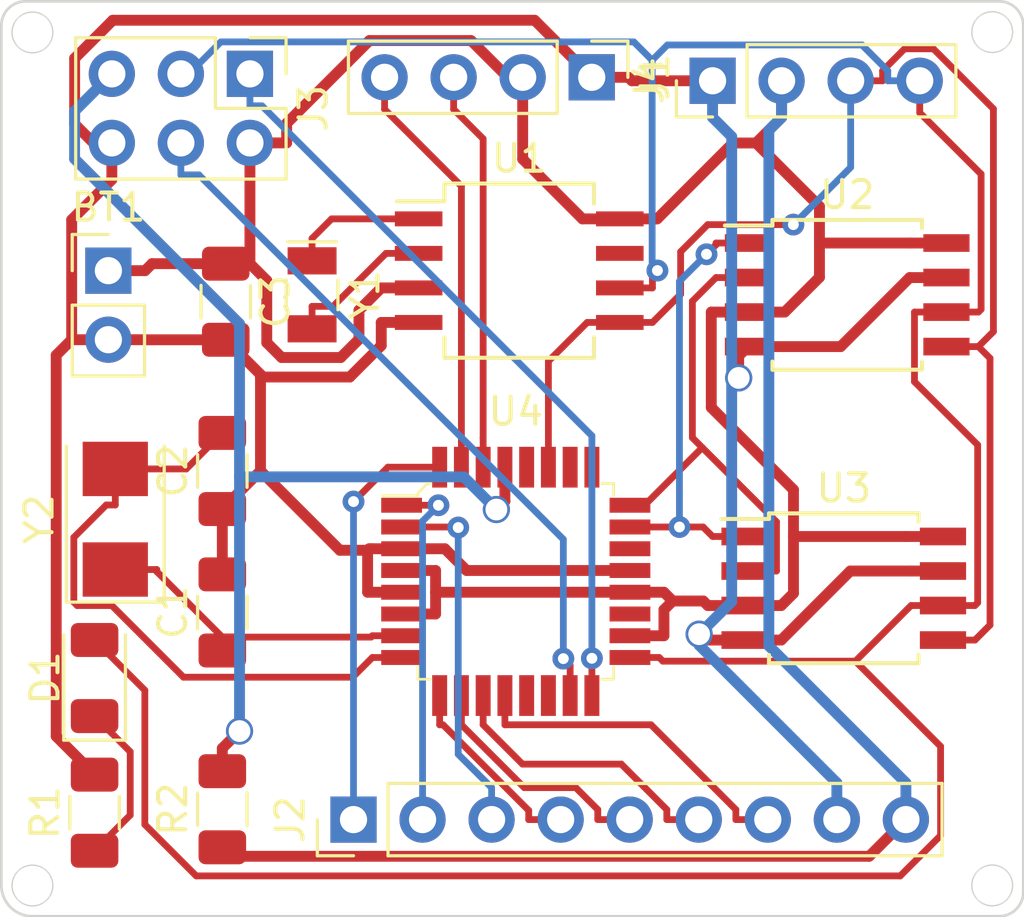
<source format=kicad_pcb>
(kicad_pcb (version 20171130) (host pcbnew "(5.1.4)-1")

  (general
    (thickness 1.6)
    (drawings 12)
    (tracks 314)
    (zones 0)
    (modules 17)
    (nets 32)
  )

  (page A4)
  (title_block
    (title "UDEMY Arduino Clone PCB")
    (date 2019-11-14)
    (rev V1)
    (company DBIT)
    (comment 1 "Jithin Saji Isaac")
  )

  (layers
    (0 F.Cu signal)
    (31 B.Cu mixed)
    (32 B.Adhes user)
    (33 F.Adhes user)
    (34 B.Paste user)
    (35 F.Paste user)
    (36 B.SilkS user)
    (37 F.SilkS user)
    (38 B.Mask user)
    (39 F.Mask user)
    (40 Dwgs.User user)
    (41 Cmts.User user)
    (42 Eco1.User user)
    (43 Eco2.User user)
    (44 Edge.Cuts user)
    (45 Margin user)
    (46 B.CrtYd user)
    (47 F.CrtYd user)
    (48 B.Fab user)
    (49 F.Fab user hide)
  )

  (setup
    (last_trace_width 0.25)
    (user_trace_width 0.3)
    (user_trace_width 0.4)
    (user_trace_width 0.5)
    (user_trace_width 0.6)
    (user_trace_width 0.7)
    (user_trace_width 0.8)
    (trace_clearance 0.2)
    (zone_clearance 0.508)
    (zone_45_only no)
    (trace_min 0.2)
    (via_size 0.8)
    (via_drill 0.4)
    (via_min_size 0.4)
    (via_min_drill 0.3)
    (user_via 1 0.6)
    (uvia_size 0.3)
    (uvia_drill 0.1)
    (uvias_allowed no)
    (uvia_min_size 0.2)
    (uvia_min_drill 0.1)
    (edge_width 0.05)
    (segment_width 0.2)
    (pcb_text_width 0.3)
    (pcb_text_size 1.5 1.5)
    (mod_edge_width 0.12)
    (mod_text_size 1 1)
    (mod_text_width 0.15)
    (pad_size 1.524 1.524)
    (pad_drill 0.762)
    (pad_to_mask_clearance 0.051)
    (solder_mask_min_width 0.25)
    (aux_axis_origin 0 0)
    (visible_elements FFFFFF7F)
    (pcbplotparams
      (layerselection 0x010fc_ffffffff)
      (usegerberextensions false)
      (usegerberattributes false)
      (usegerberadvancedattributes false)
      (creategerberjobfile false)
      (excludeedgelayer true)
      (linewidth 0.100000)
      (plotframeref false)
      (viasonmask false)
      (mode 1)
      (useauxorigin false)
      (hpglpennumber 1)
      (hpglpenspeed 20)
      (hpglpendiameter 15.000000)
      (psnegative false)
      (psa4output false)
      (plotreference true)
      (plotvalue true)
      (plotinvisibletext false)
      (padsonsilk false)
      (subtractmaskfromsilk false)
      (outputformat 1)
      (mirror false)
      (drillshape 1)
      (scaleselection 1)
      (outputdirectory ""))
  )

  (net 0 "")
  (net 1 /VCC)
  (net 2 GNDPWR)
  (net 3 "Net-(C1-Pad1)")
  (net 4 "Net-(C2-Pad2)")
  (net 5 "Net-(D1-Pad1)")
  (net 6 /SCK)
  (net 7 /TX)
  (net 8 /RX)
  (net 9 /D2)
  (net 10 /D3)
  (net 11 /D4)
  (net 12 /D5)
  (net 13 /D6)
  (net 14 /D7)
  (net 15 /D8)
  (net 16 /MISO)
  (net 17 /MOSI)
  (net 18 /RESET)
  (net 19 /SDA)
  (net 20 "Net-(U1-Pad1)")
  (net 21 "Net-(U1-Pad2)")
  (net 22 "Net-(U1-Pad7)")
  (net 23 /ADDS1)
  (net 24 /ADDS2)
  (net 25 "Net-(U4-Pad13)")
  (net 26 "Net-(U4-Pad14)")
  (net 27 "Net-(U4-Pad19)")
  (net 28 "Net-(U4-Pad22)")
  (net 29 "Net-(U4-Pad25)")
  (net 30 "Net-(U4-Pad26)")
  (net 31 "Net-(U4-Pad28)")

  (net_class Default "This is the default net class."
    (clearance 0.2)
    (trace_width 0.25)
    (via_dia 0.8)
    (via_drill 0.4)
    (uvia_dia 0.3)
    (uvia_drill 0.1)
    (add_net /ADDS1)
    (add_net /ADDS2)
    (add_net /D2)
    (add_net /D3)
    (add_net /D4)
    (add_net /D5)
    (add_net /D6)
    (add_net /D7)
    (add_net /D8)
    (add_net /MISO)
    (add_net /MOSI)
    (add_net /RX)
    (add_net /SCK)
    (add_net /SDA)
    (add_net /TX)
    (add_net "Net-(C1-Pad1)")
    (add_net "Net-(C2-Pad2)")
    (add_net "Net-(D1-Pad1)")
    (add_net "Net-(U1-Pad1)")
    (add_net "Net-(U1-Pad2)")
    (add_net "Net-(U1-Pad7)")
    (add_net "Net-(U4-Pad13)")
    (add_net "Net-(U4-Pad14)")
    (add_net "Net-(U4-Pad19)")
    (add_net "Net-(U4-Pad22)")
    (add_net "Net-(U4-Pad25)")
    (add_net "Net-(U4-Pad26)")
    (add_net "Net-(U4-Pad28)")
  )

  (net_class Power ""
    (clearance 0.3)
    (trace_width 0.4)
    (via_dia 1)
    (via_drill 0.8)
    (uvia_dia 0.3)
    (uvia_drill 0.1)
    (diff_pair_width 0.5)
    (diff_pair_gap 0.25)
    (add_net /RESET)
    (add_net /VCC)
    (add_net GNDPWR)
  )

  (module Connector_PinHeader_2.54mm:PinHeader_1x02_P2.54mm_Vertical (layer F.Cu) (tedit 59FED5CC) (tstamp 5DCD3292)
    (at 82.55 94.996)
    (descr "Through hole straight pin header, 1x02, 2.54mm pitch, single row")
    (tags "Through hole pin header THT 1x02 2.54mm single row")
    (path /5DCC4C42)
    (fp_text reference BT1 (at 0 -2.33) (layer F.SilkS)
      (effects (font (size 1 1) (thickness 0.15)))
    )
    (fp_text value Battery3V3 (at 0 4.87) (layer F.Fab)
      (effects (font (size 1 1) (thickness 0.15)))
    )
    (fp_line (start -0.635 -1.27) (end 1.27 -1.27) (layer F.Fab) (width 0.1))
    (fp_line (start 1.27 -1.27) (end 1.27 3.81) (layer F.Fab) (width 0.1))
    (fp_line (start 1.27 3.81) (end -1.27 3.81) (layer F.Fab) (width 0.1))
    (fp_line (start -1.27 3.81) (end -1.27 -0.635) (layer F.Fab) (width 0.1))
    (fp_line (start -1.27 -0.635) (end -0.635 -1.27) (layer F.Fab) (width 0.1))
    (fp_line (start -1.33 3.87) (end 1.33 3.87) (layer F.SilkS) (width 0.12))
    (fp_line (start -1.33 1.27) (end -1.33 3.87) (layer F.SilkS) (width 0.12))
    (fp_line (start 1.33 1.27) (end 1.33 3.87) (layer F.SilkS) (width 0.12))
    (fp_line (start -1.33 1.27) (end 1.33 1.27) (layer F.SilkS) (width 0.12))
    (fp_line (start -1.33 0) (end -1.33 -1.33) (layer F.SilkS) (width 0.12))
    (fp_line (start -1.33 -1.33) (end 0 -1.33) (layer F.SilkS) (width 0.12))
    (fp_line (start -1.8 -1.8) (end -1.8 4.35) (layer F.CrtYd) (width 0.05))
    (fp_line (start -1.8 4.35) (end 1.8 4.35) (layer F.CrtYd) (width 0.05))
    (fp_line (start 1.8 4.35) (end 1.8 -1.8) (layer F.CrtYd) (width 0.05))
    (fp_line (start 1.8 -1.8) (end -1.8 -1.8) (layer F.CrtYd) (width 0.05))
    (fp_text user %R (at 0 1.27 90) (layer F.Fab)
      (effects (font (size 1 1) (thickness 0.15)))
    )
    (pad 1 thru_hole rect (at 0 0) (size 1.7 1.7) (drill 1) (layers *.Cu *.Mask)
      (net 1 /VCC))
    (pad 2 thru_hole oval (at 0 2.54) (size 1.7 1.7) (drill 1) (layers *.Cu *.Mask)
      (net 2 GNDPWR))
    (model ${KISYS3DMOD}/Connector_PinHeader_2.54mm.3dshapes/PinHeader_1x02_P2.54mm_Vertical.wrl
      (at (xyz 0 0 0))
      (scale (xyz 1 1 1))
      (rotate (xyz 0 0 0))
    )
  )

  (module Capacitor_SMD:C_1206_3216Metric (layer F.Cu) (tedit 5B301BBE) (tstamp 5DCD32A3)
    (at 86.741 107.569 90)
    (descr "Capacitor SMD 1206 (3216 Metric), square (rectangular) end terminal, IPC_7351 nominal, (Body size source: http://www.tortai-tech.com/upload/download/2011102023233369053.pdf), generated with kicad-footprint-generator")
    (tags capacitor)
    (path /5DCC5C3D)
    (attr smd)
    (fp_text reference C1 (at 0 -1.82 90) (layer F.SilkS)
      (effects (font (size 1 1) (thickness 0.15)))
    )
    (fp_text value 22pF (at 0 1.82 90) (layer F.Fab)
      (effects (font (size 1 1) (thickness 0.15)))
    )
    (fp_text user %R (at 0 0 90) (layer F.Fab)
      (effects (font (size 0.8 0.8) (thickness 0.12)))
    )
    (fp_line (start 2.28 1.12) (end -2.28 1.12) (layer F.CrtYd) (width 0.05))
    (fp_line (start 2.28 -1.12) (end 2.28 1.12) (layer F.CrtYd) (width 0.05))
    (fp_line (start -2.28 -1.12) (end 2.28 -1.12) (layer F.CrtYd) (width 0.05))
    (fp_line (start -2.28 1.12) (end -2.28 -1.12) (layer F.CrtYd) (width 0.05))
    (fp_line (start -0.602064 0.91) (end 0.602064 0.91) (layer F.SilkS) (width 0.12))
    (fp_line (start -0.602064 -0.91) (end 0.602064 -0.91) (layer F.SilkS) (width 0.12))
    (fp_line (start 1.6 0.8) (end -1.6 0.8) (layer F.Fab) (width 0.1))
    (fp_line (start 1.6 -0.8) (end 1.6 0.8) (layer F.Fab) (width 0.1))
    (fp_line (start -1.6 -0.8) (end 1.6 -0.8) (layer F.Fab) (width 0.1))
    (fp_line (start -1.6 0.8) (end -1.6 -0.8) (layer F.Fab) (width 0.1))
    (pad 2 smd roundrect (at 1.4 0 90) (size 1.25 1.75) (layers F.Cu F.Paste F.Mask) (roundrect_rratio 0.2)
      (net 2 GNDPWR))
    (pad 1 smd roundrect (at -1.4 0 90) (size 1.25 1.75) (layers F.Cu F.Paste F.Mask) (roundrect_rratio 0.2)
      (net 3 "Net-(C1-Pad1)"))
    (model ${KISYS3DMOD}/Capacitor_SMD.3dshapes/C_1206_3216Metric.wrl
      (at (xyz 0 0 0))
      (scale (xyz 1 1 1))
      (rotate (xyz 0 0 0))
    )
  )

  (module Capacitor_SMD:C_1206_3216Metric (layer F.Cu) (tedit 5B301BBE) (tstamp 5DCD32B4)
    (at 86.741 102.365 90)
    (descr "Capacitor SMD 1206 (3216 Metric), square (rectangular) end terminal, IPC_7351 nominal, (Body size source: http://www.tortai-tech.com/upload/download/2011102023233369053.pdf), generated with kicad-footprint-generator")
    (tags capacitor)
    (path /5DCC6546)
    (attr smd)
    (fp_text reference C2 (at 0 -1.82 90) (layer F.SilkS)
      (effects (font (size 1 1) (thickness 0.15)))
    )
    (fp_text value 22pF (at 0 1.82 90) (layer F.Fab)
      (effects (font (size 1 1) (thickness 0.15)))
    )
    (fp_line (start -1.6 0.8) (end -1.6 -0.8) (layer F.Fab) (width 0.1))
    (fp_line (start -1.6 -0.8) (end 1.6 -0.8) (layer F.Fab) (width 0.1))
    (fp_line (start 1.6 -0.8) (end 1.6 0.8) (layer F.Fab) (width 0.1))
    (fp_line (start 1.6 0.8) (end -1.6 0.8) (layer F.Fab) (width 0.1))
    (fp_line (start -0.602064 -0.91) (end 0.602064 -0.91) (layer F.SilkS) (width 0.12))
    (fp_line (start -0.602064 0.91) (end 0.602064 0.91) (layer F.SilkS) (width 0.12))
    (fp_line (start -2.28 1.12) (end -2.28 -1.12) (layer F.CrtYd) (width 0.05))
    (fp_line (start -2.28 -1.12) (end 2.28 -1.12) (layer F.CrtYd) (width 0.05))
    (fp_line (start 2.28 -1.12) (end 2.28 1.12) (layer F.CrtYd) (width 0.05))
    (fp_line (start 2.28 1.12) (end -2.28 1.12) (layer F.CrtYd) (width 0.05))
    (fp_text user %R (at 0 0 90) (layer F.Fab)
      (effects (font (size 0.8 0.8) (thickness 0.12)))
    )
    (pad 1 smd roundrect (at -1.4 0 90) (size 1.25 1.75) (layers F.Cu F.Paste F.Mask) (roundrect_rratio 0.2)
      (net 2 GNDPWR))
    (pad 2 smd roundrect (at 1.4 0 90) (size 1.25 1.75) (layers F.Cu F.Paste F.Mask) (roundrect_rratio 0.2)
      (net 4 "Net-(C2-Pad2)"))
    (model ${KISYS3DMOD}/Capacitor_SMD.3dshapes/C_1206_3216Metric.wrl
      (at (xyz 0 0 0))
      (scale (xyz 1 1 1))
      (rotate (xyz 0 0 0))
    )
  )

  (module Capacitor_SMD:C_1206_3216Metric (layer F.Cu) (tedit 5B301BBE) (tstamp 5DCD32C5)
    (at 86.868 96.139 270)
    (descr "Capacitor SMD 1206 (3216 Metric), square (rectangular) end terminal, IPC_7351 nominal, (Body size source: http://www.tortai-tech.com/upload/download/2011102023233369053.pdf), generated with kicad-footprint-generator")
    (tags capacitor)
    (path /5DCC5365)
    (attr smd)
    (fp_text reference C3 (at 0 -1.82 90) (layer F.SilkS)
      (effects (font (size 1 1) (thickness 0.15)))
    )
    (fp_text value 10uF (at 0 1.82 90) (layer F.Fab)
      (effects (font (size 1 1) (thickness 0.15)))
    )
    (fp_line (start -1.6 0.8) (end -1.6 -0.8) (layer F.Fab) (width 0.1))
    (fp_line (start -1.6 -0.8) (end 1.6 -0.8) (layer F.Fab) (width 0.1))
    (fp_line (start 1.6 -0.8) (end 1.6 0.8) (layer F.Fab) (width 0.1))
    (fp_line (start 1.6 0.8) (end -1.6 0.8) (layer F.Fab) (width 0.1))
    (fp_line (start -0.602064 -0.91) (end 0.602064 -0.91) (layer F.SilkS) (width 0.12))
    (fp_line (start -0.602064 0.91) (end 0.602064 0.91) (layer F.SilkS) (width 0.12))
    (fp_line (start -2.28 1.12) (end -2.28 -1.12) (layer F.CrtYd) (width 0.05))
    (fp_line (start -2.28 -1.12) (end 2.28 -1.12) (layer F.CrtYd) (width 0.05))
    (fp_line (start 2.28 -1.12) (end 2.28 1.12) (layer F.CrtYd) (width 0.05))
    (fp_line (start 2.28 1.12) (end -2.28 1.12) (layer F.CrtYd) (width 0.05))
    (fp_text user %R (at 0 0 90) (layer F.Fab)
      (effects (font (size 0.8 0.8) (thickness 0.12)))
    )
    (pad 1 smd roundrect (at -1.4 0 270) (size 1.25 1.75) (layers F.Cu F.Paste F.Mask) (roundrect_rratio 0.2)
      (net 1 /VCC))
    (pad 2 smd roundrect (at 1.4 0 270) (size 1.25 1.75) (layers F.Cu F.Paste F.Mask) (roundrect_rratio 0.2)
      (net 2 GNDPWR))
    (model ${KISYS3DMOD}/Capacitor_SMD.3dshapes/C_1206_3216Metric.wrl
      (at (xyz 0 0 0))
      (scale (xyz 1 1 1))
      (rotate (xyz 0 0 0))
    )
  )

  (module LED_SMD:LED_1206_3216Metric (layer F.Cu) (tedit 5B301BBE) (tstamp 5DCD32D8)
    (at 82.042 109.982 90)
    (descr "LED SMD 1206 (3216 Metric), square (rectangular) end terminal, IPC_7351 nominal, (Body size source: http://www.tortai-tech.com/upload/download/2011102023233369053.pdf), generated with kicad-footprint-generator")
    (tags diode)
    (path /5DCC696B)
    (attr smd)
    (fp_text reference D1 (at 0 -1.82 90) (layer F.SilkS)
      (effects (font (size 1 1) (thickness 0.15)))
    )
    (fp_text value LED (at 0 1.82 90) (layer F.Fab)
      (effects (font (size 1 1) (thickness 0.15)))
    )
    (fp_line (start 1.6 -0.8) (end -1.2 -0.8) (layer F.Fab) (width 0.1))
    (fp_line (start -1.2 -0.8) (end -1.6 -0.4) (layer F.Fab) (width 0.1))
    (fp_line (start -1.6 -0.4) (end -1.6 0.8) (layer F.Fab) (width 0.1))
    (fp_line (start -1.6 0.8) (end 1.6 0.8) (layer F.Fab) (width 0.1))
    (fp_line (start 1.6 0.8) (end 1.6 -0.8) (layer F.Fab) (width 0.1))
    (fp_line (start 1.6 -1.135) (end -2.285 -1.135) (layer F.SilkS) (width 0.12))
    (fp_line (start -2.285 -1.135) (end -2.285 1.135) (layer F.SilkS) (width 0.12))
    (fp_line (start -2.285 1.135) (end 1.6 1.135) (layer F.SilkS) (width 0.12))
    (fp_line (start -2.28 1.12) (end -2.28 -1.12) (layer F.CrtYd) (width 0.05))
    (fp_line (start -2.28 -1.12) (end 2.28 -1.12) (layer F.CrtYd) (width 0.05))
    (fp_line (start 2.28 -1.12) (end 2.28 1.12) (layer F.CrtYd) (width 0.05))
    (fp_line (start 2.28 1.12) (end -2.28 1.12) (layer F.CrtYd) (width 0.05))
    (fp_text user %R (at 0 0 90) (layer F.Fab)
      (effects (font (size 0.8 0.8) (thickness 0.12)))
    )
    (pad 1 smd roundrect (at -1.4 0 90) (size 1.25 1.75) (layers F.Cu F.Paste F.Mask) (roundrect_rratio 0.2)
      (net 5 "Net-(D1-Pad1)"))
    (pad 2 smd roundrect (at 1.4 0 90) (size 1.25 1.75) (layers F.Cu F.Paste F.Mask) (roundrect_rratio 0.2)
      (net 6 /SCK))
    (model ${KISYS3DMOD}/LED_SMD.3dshapes/LED_1206_3216Metric.wrl
      (at (xyz 0 0 0))
      (scale (xyz 1 1 1))
      (rotate (xyz 0 0 0))
    )
  )

  (module Connector_PinHeader_2.54mm:PinHeader_1x04_P2.54mm_Vertical (layer F.Cu) (tedit 59FED5CC) (tstamp 5DCD32F0)
    (at 100.33 87.884 270)
    (descr "Through hole straight pin header, 1x04, 2.54mm pitch, single row")
    (tags "Through hole pin header THT 1x04 2.54mm single row")
    (path /5DCCD809/5DCCE891)
    (fp_text reference J1 (at 0 -2.33 90) (layer F.SilkS)
      (effects (font (size 1 1) (thickness 0.15)))
    )
    (fp_text value Serial (at 0 9.95 90) (layer F.Fab)
      (effects (font (size 1 1) (thickness 0.15)))
    )
    (fp_text user %R (at 0 3.81) (layer F.Fab)
      (effects (font (size 1 1) (thickness 0.15)))
    )
    (fp_line (start 1.8 -1.8) (end -1.8 -1.8) (layer F.CrtYd) (width 0.05))
    (fp_line (start 1.8 9.4) (end 1.8 -1.8) (layer F.CrtYd) (width 0.05))
    (fp_line (start -1.8 9.4) (end 1.8 9.4) (layer F.CrtYd) (width 0.05))
    (fp_line (start -1.8 -1.8) (end -1.8 9.4) (layer F.CrtYd) (width 0.05))
    (fp_line (start -1.33 -1.33) (end 0 -1.33) (layer F.SilkS) (width 0.12))
    (fp_line (start -1.33 0) (end -1.33 -1.33) (layer F.SilkS) (width 0.12))
    (fp_line (start -1.33 1.27) (end 1.33 1.27) (layer F.SilkS) (width 0.12))
    (fp_line (start 1.33 1.27) (end 1.33 8.95) (layer F.SilkS) (width 0.12))
    (fp_line (start -1.33 1.27) (end -1.33 8.95) (layer F.SilkS) (width 0.12))
    (fp_line (start -1.33 8.95) (end 1.33 8.95) (layer F.SilkS) (width 0.12))
    (fp_line (start -1.27 -0.635) (end -0.635 -1.27) (layer F.Fab) (width 0.1))
    (fp_line (start -1.27 8.89) (end -1.27 -0.635) (layer F.Fab) (width 0.1))
    (fp_line (start 1.27 8.89) (end -1.27 8.89) (layer F.Fab) (width 0.1))
    (fp_line (start 1.27 -1.27) (end 1.27 8.89) (layer F.Fab) (width 0.1))
    (fp_line (start -0.635 -1.27) (end 1.27 -1.27) (layer F.Fab) (width 0.1))
    (pad 4 thru_hole oval (at 0 7.62 270) (size 1.7 1.7) (drill 1) (layers *.Cu *.Mask)
      (net 7 /TX))
    (pad 3 thru_hole oval (at 0 5.08 270) (size 1.7 1.7) (drill 1) (layers *.Cu *.Mask)
      (net 8 /RX))
    (pad 2 thru_hole oval (at 0 2.54 270) (size 1.7 1.7) (drill 1) (layers *.Cu *.Mask)
      (net 1 /VCC))
    (pad 1 thru_hole rect (at 0 0 270) (size 1.7 1.7) (drill 1) (layers *.Cu *.Mask)
      (net 2 GNDPWR))
    (model ${KISYS3DMOD}/Connector_PinHeader_2.54mm.3dshapes/PinHeader_1x04_P2.54mm_Vertical.wrl
      (at (xyz 0 0 0))
      (scale (xyz 1 1 1))
      (rotate (xyz 0 0 0))
    )
  )

  (module Connector_PinHeader_2.54mm:PinHeader_1x09_P2.54mm_Vertical (layer F.Cu) (tedit 59FED5CC) (tstamp 5DCD330D)
    (at 91.567 115.189 90)
    (descr "Through hole straight pin header, 1x09, 2.54mm pitch, single row")
    (tags "Through hole pin header THT 1x09 2.54mm single row")
    (path /5DCCD809/5DCCDEBB)
    (fp_text reference J2 (at 0 -2.33 90) (layer F.SilkS)
      (effects (font (size 1 1) (thickness 0.15)))
    )
    (fp_text value "Digital Pins" (at 0 22.65 90) (layer F.Fab)
      (effects (font (size 1 1) (thickness 0.15)))
    )
    (fp_line (start -0.635 -1.27) (end 1.27 -1.27) (layer F.Fab) (width 0.1))
    (fp_line (start 1.27 -1.27) (end 1.27 21.59) (layer F.Fab) (width 0.1))
    (fp_line (start 1.27 21.59) (end -1.27 21.59) (layer F.Fab) (width 0.1))
    (fp_line (start -1.27 21.59) (end -1.27 -0.635) (layer F.Fab) (width 0.1))
    (fp_line (start -1.27 -0.635) (end -0.635 -1.27) (layer F.Fab) (width 0.1))
    (fp_line (start -1.33 21.65) (end 1.33 21.65) (layer F.SilkS) (width 0.12))
    (fp_line (start -1.33 1.27) (end -1.33 21.65) (layer F.SilkS) (width 0.12))
    (fp_line (start 1.33 1.27) (end 1.33 21.65) (layer F.SilkS) (width 0.12))
    (fp_line (start -1.33 1.27) (end 1.33 1.27) (layer F.SilkS) (width 0.12))
    (fp_line (start -1.33 0) (end -1.33 -1.33) (layer F.SilkS) (width 0.12))
    (fp_line (start -1.33 -1.33) (end 0 -1.33) (layer F.SilkS) (width 0.12))
    (fp_line (start -1.8 -1.8) (end -1.8 22.1) (layer F.CrtYd) (width 0.05))
    (fp_line (start -1.8 22.1) (end 1.8 22.1) (layer F.CrtYd) (width 0.05))
    (fp_line (start 1.8 22.1) (end 1.8 -1.8) (layer F.CrtYd) (width 0.05))
    (fp_line (start 1.8 -1.8) (end -1.8 -1.8) (layer F.CrtYd) (width 0.05))
    (fp_text user %R (at 0 10.16) (layer F.Fab)
      (effects (font (size 1 1) (thickness 0.15)))
    )
    (pad 1 thru_hole rect (at 0 0 90) (size 1.7 1.7) (drill 1) (layers *.Cu *.Mask)
      (net 9 /D2))
    (pad 2 thru_hole oval (at 0 2.54 90) (size 1.7 1.7) (drill 1) (layers *.Cu *.Mask)
      (net 10 /D3))
    (pad 3 thru_hole oval (at 0 5.08 90) (size 1.7 1.7) (drill 1) (layers *.Cu *.Mask)
      (net 11 /D4))
    (pad 4 thru_hole oval (at 0 7.62 90) (size 1.7 1.7) (drill 1) (layers *.Cu *.Mask)
      (net 12 /D5))
    (pad 5 thru_hole oval (at 0 10.16 90) (size 1.7 1.7) (drill 1) (layers *.Cu *.Mask)
      (net 13 /D6))
    (pad 6 thru_hole oval (at 0 12.7 90) (size 1.7 1.7) (drill 1) (layers *.Cu *.Mask)
      (net 14 /D7))
    (pad 7 thru_hole oval (at 0 15.24 90) (size 1.7 1.7) (drill 1) (layers *.Cu *.Mask)
      (net 15 /D8))
    (pad 8 thru_hole oval (at 0 17.78 90) (size 1.7 1.7) (drill 1) (layers *.Cu *.Mask)
      (net 2 GNDPWR))
    (pad 9 thru_hole oval (at 0 20.32 90) (size 1.7 1.7) (drill 1) (layers *.Cu *.Mask)
      (net 1 /VCC))
    (model ${KISYS3DMOD}/Connector_PinHeader_2.54mm.3dshapes/PinHeader_1x09_P2.54mm_Vertical.wrl
      (at (xyz 0 0 0))
      (scale (xyz 1 1 1))
      (rotate (xyz 0 0 0))
    )
  )

  (module Connector_PinHeader_2.54mm:PinHeader_2x03_P2.54mm_Vertical (layer F.Cu) (tedit 59FED5CC) (tstamp 5DCD3329)
    (at 87.757 87.757 270)
    (descr "Through hole straight pin header, 2x03, 2.54mm pitch, double rows")
    (tags "Through hole pin header THT 2x03 2.54mm double row")
    (path /5DCCD809/5DCCF05B)
    (fp_text reference J3 (at 1.27 -2.33 90) (layer F.SilkS)
      (effects (font (size 1 1) (thickness 0.15)))
    )
    (fp_text value ICSP (at 1.27 7.41 90) (layer F.Fab)
      (effects (font (size 1 1) (thickness 0.15)))
    )
    (fp_line (start 0 -1.27) (end 3.81 -1.27) (layer F.Fab) (width 0.1))
    (fp_line (start 3.81 -1.27) (end 3.81 6.35) (layer F.Fab) (width 0.1))
    (fp_line (start 3.81 6.35) (end -1.27 6.35) (layer F.Fab) (width 0.1))
    (fp_line (start -1.27 6.35) (end -1.27 0) (layer F.Fab) (width 0.1))
    (fp_line (start -1.27 0) (end 0 -1.27) (layer F.Fab) (width 0.1))
    (fp_line (start -1.33 6.41) (end 3.87 6.41) (layer F.SilkS) (width 0.12))
    (fp_line (start -1.33 1.27) (end -1.33 6.41) (layer F.SilkS) (width 0.12))
    (fp_line (start 3.87 -1.33) (end 3.87 6.41) (layer F.SilkS) (width 0.12))
    (fp_line (start -1.33 1.27) (end 1.27 1.27) (layer F.SilkS) (width 0.12))
    (fp_line (start 1.27 1.27) (end 1.27 -1.33) (layer F.SilkS) (width 0.12))
    (fp_line (start 1.27 -1.33) (end 3.87 -1.33) (layer F.SilkS) (width 0.12))
    (fp_line (start -1.33 0) (end -1.33 -1.33) (layer F.SilkS) (width 0.12))
    (fp_line (start -1.33 -1.33) (end 0 -1.33) (layer F.SilkS) (width 0.12))
    (fp_line (start -1.8 -1.8) (end -1.8 6.85) (layer F.CrtYd) (width 0.05))
    (fp_line (start -1.8 6.85) (end 4.35 6.85) (layer F.CrtYd) (width 0.05))
    (fp_line (start 4.35 6.85) (end 4.35 -1.8) (layer F.CrtYd) (width 0.05))
    (fp_line (start 4.35 -1.8) (end -1.8 -1.8) (layer F.CrtYd) (width 0.05))
    (fp_text user %R (at 1.27 1.27) (layer F.Fab)
      (effects (font (size 1 1) (thickness 0.15)))
    )
    (pad 1 thru_hole rect (at 0 0 270) (size 1.7 1.7) (drill 1) (layers *.Cu *.Mask)
      (net 16 /MISO))
    (pad 2 thru_hole oval (at 2.54 0 270) (size 1.7 1.7) (drill 1) (layers *.Cu *.Mask)
      (net 1 /VCC))
    (pad 3 thru_hole oval (at 0 2.54 270) (size 1.7 1.7) (drill 1) (layers *.Cu *.Mask)
      (net 6 /SCK))
    (pad 4 thru_hole oval (at 2.54 2.54 270) (size 1.7 1.7) (drill 1) (layers *.Cu *.Mask)
      (net 17 /MOSI))
    (pad 5 thru_hole oval (at 0 5.08 270) (size 1.7 1.7) (drill 1) (layers *.Cu *.Mask)
      (net 18 /RESET))
    (pad 6 thru_hole oval (at 2.54 5.08 270) (size 1.7 1.7) (drill 1) (layers *.Cu *.Mask)
      (net 2 GNDPWR))
    (model ${KISYS3DMOD}/Connector_PinHeader_2.54mm.3dshapes/PinHeader_2x03_P2.54mm_Vertical.wrl
      (at (xyz 0 0 0))
      (scale (xyz 1 1 1))
      (rotate (xyz 0 0 0))
    )
  )

  (module Connector_PinHeader_2.54mm:PinHeader_1x04_P2.54mm_Vertical (layer F.Cu) (tedit 59FED5CC) (tstamp 5DCD3341)
    (at 104.775 88.011 90)
    (descr "Through hole straight pin header, 1x04, 2.54mm pitch, single row")
    (tags "Through hole pin header THT 1x04 2.54mm single row")
    (path /5DCCD809/5DCD0494)
    (fp_text reference J4 (at 0 -2.33 90) (layer F.SilkS)
      (effects (font (size 1 1) (thickness 0.15)))
    )
    (fp_text value I2C (at 0 9.95 90) (layer F.Fab)
      (effects (font (size 1 1) (thickness 0.15)))
    )
    (fp_line (start -0.635 -1.27) (end 1.27 -1.27) (layer F.Fab) (width 0.1))
    (fp_line (start 1.27 -1.27) (end 1.27 8.89) (layer F.Fab) (width 0.1))
    (fp_line (start 1.27 8.89) (end -1.27 8.89) (layer F.Fab) (width 0.1))
    (fp_line (start -1.27 8.89) (end -1.27 -0.635) (layer F.Fab) (width 0.1))
    (fp_line (start -1.27 -0.635) (end -0.635 -1.27) (layer F.Fab) (width 0.1))
    (fp_line (start -1.33 8.95) (end 1.33 8.95) (layer F.SilkS) (width 0.12))
    (fp_line (start -1.33 1.27) (end -1.33 8.95) (layer F.SilkS) (width 0.12))
    (fp_line (start 1.33 1.27) (end 1.33 8.95) (layer F.SilkS) (width 0.12))
    (fp_line (start -1.33 1.27) (end 1.33 1.27) (layer F.SilkS) (width 0.12))
    (fp_line (start -1.33 0) (end -1.33 -1.33) (layer F.SilkS) (width 0.12))
    (fp_line (start -1.33 -1.33) (end 0 -1.33) (layer F.SilkS) (width 0.12))
    (fp_line (start -1.8 -1.8) (end -1.8 9.4) (layer F.CrtYd) (width 0.05))
    (fp_line (start -1.8 9.4) (end 1.8 9.4) (layer F.CrtYd) (width 0.05))
    (fp_line (start 1.8 9.4) (end 1.8 -1.8) (layer F.CrtYd) (width 0.05))
    (fp_line (start 1.8 -1.8) (end -1.8 -1.8) (layer F.CrtYd) (width 0.05))
    (fp_text user %R (at 0 3.81) (layer F.Fab)
      (effects (font (size 1 1) (thickness 0.15)))
    )
    (pad 1 thru_hole rect (at 0 0 90) (size 1.7 1.7) (drill 1) (layers *.Cu *.Mask)
      (net 2 GNDPWR))
    (pad 2 thru_hole oval (at 0 2.54 90) (size 1.7 1.7) (drill 1) (layers *.Cu *.Mask)
      (net 1 /VCC))
    (pad 3 thru_hole oval (at 0 5.08 90) (size 1.7 1.7) (drill 1) (layers *.Cu *.Mask)
      (net 19 /SDA))
    (pad 4 thru_hole oval (at 0 7.62 90) (size 1.7 1.7) (drill 1) (layers *.Cu *.Mask)
      (net 6 /SCK))
    (model ${KISYS3DMOD}/Connector_PinHeader_2.54mm.3dshapes/PinHeader_1x04_P2.54mm_Vertical.wrl
      (at (xyz 0 0 0))
      (scale (xyz 1 1 1))
      (rotate (xyz 0 0 0))
    )
  )

  (module Resistor_SMD:R_1206_3216Metric (layer F.Cu) (tedit 5B301BBD) (tstamp 5DCD3352)
    (at 82.042 114.935 90)
    (descr "Resistor SMD 1206 (3216 Metric), square (rectangular) end terminal, IPC_7351 nominal, (Body size source: http://www.tortai-tech.com/upload/download/2011102023233369053.pdf), generated with kicad-footprint-generator")
    (tags resistor)
    (path /5DCC7592)
    (attr smd)
    (fp_text reference R1 (at 0 -1.82 90) (layer F.SilkS)
      (effects (font (size 1 1) (thickness 0.15)))
    )
    (fp_text value 330Ohm (at 0 1.82 90) (layer F.Fab)
      (effects (font (size 1 1) (thickness 0.15)))
    )
    (fp_line (start -1.6 0.8) (end -1.6 -0.8) (layer F.Fab) (width 0.1))
    (fp_line (start -1.6 -0.8) (end 1.6 -0.8) (layer F.Fab) (width 0.1))
    (fp_line (start 1.6 -0.8) (end 1.6 0.8) (layer F.Fab) (width 0.1))
    (fp_line (start 1.6 0.8) (end -1.6 0.8) (layer F.Fab) (width 0.1))
    (fp_line (start -0.602064 -0.91) (end 0.602064 -0.91) (layer F.SilkS) (width 0.12))
    (fp_line (start -0.602064 0.91) (end 0.602064 0.91) (layer F.SilkS) (width 0.12))
    (fp_line (start -2.28 1.12) (end -2.28 -1.12) (layer F.CrtYd) (width 0.05))
    (fp_line (start -2.28 -1.12) (end 2.28 -1.12) (layer F.CrtYd) (width 0.05))
    (fp_line (start 2.28 -1.12) (end 2.28 1.12) (layer F.CrtYd) (width 0.05))
    (fp_line (start 2.28 1.12) (end -2.28 1.12) (layer F.CrtYd) (width 0.05))
    (fp_text user %R (at 0 0 90) (layer F.Fab)
      (effects (font (size 0.8 0.8) (thickness 0.12)))
    )
    (pad 1 smd roundrect (at -1.4 0 90) (size 1.25 1.75) (layers F.Cu F.Paste F.Mask) (roundrect_rratio 0.2)
      (net 5 "Net-(D1-Pad1)"))
    (pad 2 smd roundrect (at 1.4 0 90) (size 1.25 1.75) (layers F.Cu F.Paste F.Mask) (roundrect_rratio 0.2)
      (net 2 GNDPWR))
    (model ${KISYS3DMOD}/Resistor_SMD.3dshapes/R_1206_3216Metric.wrl
      (at (xyz 0 0 0))
      (scale (xyz 1 1 1))
      (rotate (xyz 0 0 0))
    )
  )

  (module Resistor_SMD:R_1206_3216Metric (layer F.Cu) (tedit 5B301BBD) (tstamp 5DCD3363)
    (at 86.741 114.808 90)
    (descr "Resistor SMD 1206 (3216 Metric), square (rectangular) end terminal, IPC_7351 nominal, (Body size source: http://www.tortai-tech.com/upload/download/2011102023233369053.pdf), generated with kicad-footprint-generator")
    (tags resistor)
    (path /5DCC7CE4)
    (attr smd)
    (fp_text reference R2 (at 0 -1.82 90) (layer F.SilkS)
      (effects (font (size 1 1) (thickness 0.15)))
    )
    (fp_text value 10kOhm (at 0 1.82 90) (layer F.Fab)
      (effects (font (size 1 1) (thickness 0.15)))
    )
    (fp_text user %R (at 0 0 90) (layer F.Fab)
      (effects (font (size 0.8 0.8) (thickness 0.12)))
    )
    (fp_line (start 2.28 1.12) (end -2.28 1.12) (layer F.CrtYd) (width 0.05))
    (fp_line (start 2.28 -1.12) (end 2.28 1.12) (layer F.CrtYd) (width 0.05))
    (fp_line (start -2.28 -1.12) (end 2.28 -1.12) (layer F.CrtYd) (width 0.05))
    (fp_line (start -2.28 1.12) (end -2.28 -1.12) (layer F.CrtYd) (width 0.05))
    (fp_line (start -0.602064 0.91) (end 0.602064 0.91) (layer F.SilkS) (width 0.12))
    (fp_line (start -0.602064 -0.91) (end 0.602064 -0.91) (layer F.SilkS) (width 0.12))
    (fp_line (start 1.6 0.8) (end -1.6 0.8) (layer F.Fab) (width 0.1))
    (fp_line (start 1.6 -0.8) (end 1.6 0.8) (layer F.Fab) (width 0.1))
    (fp_line (start -1.6 -0.8) (end 1.6 -0.8) (layer F.Fab) (width 0.1))
    (fp_line (start -1.6 0.8) (end -1.6 -0.8) (layer F.Fab) (width 0.1))
    (pad 2 smd roundrect (at 1.4 0 90) (size 1.25 1.75) (layers F.Cu F.Paste F.Mask) (roundrect_rratio 0.2)
      (net 18 /RESET))
    (pad 1 smd roundrect (at -1.4 0 90) (size 1.25 1.75) (layers F.Cu F.Paste F.Mask) (roundrect_rratio 0.2)
      (net 1 /VCC))
    (model ${KISYS3DMOD}/Resistor_SMD.3dshapes/R_1206_3216Metric.wrl
      (at (xyz 0 0 0))
      (scale (xyz 1 1 1))
      (rotate (xyz 0 0 0))
    )
  )

  (module Package_SO:SO-8_5.3x6.2mm_P1.27mm (layer F.Cu) (tedit 5A02F2D3) (tstamp 5DCD3380)
    (at 97.663 94.996)
    (descr "8-Lead Plastic Small Outline, 5.3x6.2mm Body (http://www.ti.com.cn/cn/lit/ds/symlink/tl7705a.pdf)")
    (tags "SOIC 1.27")
    (path /5DCD8FC8)
    (attr smd)
    (fp_text reference U1 (at 0 -4.13) (layer F.SilkS)
      (effects (font (size 1 1) (thickness 0.15)))
    )
    (fp_text value DS1337_RTC_I2C_IJS_V1 (at 0 4.13) (layer F.Fab)
      (effects (font (size 1 1) (thickness 0.15)))
    )
    (fp_text user %R (at 0 0) (layer F.Fab)
      (effects (font (size 1 1) (thickness 0.15)))
    )
    (fp_line (start -1.65 -3.1) (end 2.65 -3.1) (layer F.Fab) (width 0.15))
    (fp_line (start 2.65 -3.1) (end 2.65 3.1) (layer F.Fab) (width 0.15))
    (fp_line (start 2.65 3.1) (end -2.65 3.1) (layer F.Fab) (width 0.15))
    (fp_line (start -2.65 3.1) (end -2.65 -2.1) (layer F.Fab) (width 0.15))
    (fp_line (start -2.65 -2.1) (end -1.65 -3.1) (layer F.Fab) (width 0.15))
    (fp_line (start -4.83 -3.35) (end -4.83 3.35) (layer F.CrtYd) (width 0.05))
    (fp_line (start 4.83 -3.35) (end 4.83 3.35) (layer F.CrtYd) (width 0.05))
    (fp_line (start -4.83 -3.35) (end 4.83 -3.35) (layer F.CrtYd) (width 0.05))
    (fp_line (start -4.83 3.35) (end 4.83 3.35) (layer F.CrtYd) (width 0.05))
    (fp_line (start -2.75 -3.205) (end -2.75 -2.55) (layer F.SilkS) (width 0.15))
    (fp_line (start 2.75 -3.205) (end 2.75 -2.455) (layer F.SilkS) (width 0.15))
    (fp_line (start 2.75 3.205) (end 2.75 2.455) (layer F.SilkS) (width 0.15))
    (fp_line (start -2.75 3.205) (end -2.75 2.455) (layer F.SilkS) (width 0.15))
    (fp_line (start -2.75 -3.205) (end 2.75 -3.205) (layer F.SilkS) (width 0.15))
    (fp_line (start -2.75 3.205) (end 2.75 3.205) (layer F.SilkS) (width 0.15))
    (fp_line (start -2.75 -2.55) (end -4.5 -2.55) (layer F.SilkS) (width 0.15))
    (pad 1 smd rect (at -3.7 -1.905) (size 1.75 0.55) (layers F.Cu F.Paste F.Mask)
      (net 20 "Net-(U1-Pad1)"))
    (pad 2 smd rect (at -3.7 -0.635) (size 1.75 0.55) (layers F.Cu F.Paste F.Mask)
      (net 21 "Net-(U1-Pad2)"))
    (pad 3 smd rect (at -3.7 0.635) (size 1.75 0.55) (layers F.Cu F.Paste F.Mask)
      (net 1 /VCC))
    (pad 4 smd rect (at -3.7 1.905) (size 1.75 0.55) (layers F.Cu F.Paste F.Mask)
      (net 2 GNDPWR))
    (pad 5 smd rect (at 3.7 1.905) (size 1.75 0.55) (layers F.Cu F.Paste F.Mask)
      (net 19 /SDA))
    (pad 6 smd rect (at 3.7 0.635) (size 1.75 0.55) (layers F.Cu F.Paste F.Mask)
      (net 6 /SCK))
    (pad 7 smd rect (at 3.7 -0.635) (size 1.75 0.55) (layers F.Cu F.Paste F.Mask)
      (net 22 "Net-(U1-Pad7)"))
    (pad 8 smd rect (at 3.7 -1.905) (size 1.75 0.55) (layers F.Cu F.Paste F.Mask)
      (net 1 /VCC))
    (model ${KISYS3DMOD}/Package_SO.3dshapes/SO-8_5.3x6.2mm_P1.27mm.wrl
      (at (xyz 0 0 0))
      (scale (xyz 1 1 1))
      (rotate (xyz 0 0 0))
    )
  )

  (module Package_SO:SOIJ-8_5.3x5.3mm_P1.27mm (layer F.Cu) (tedit 5A02F2D3) (tstamp 5DCD339D)
    (at 109.728 95.885)
    (descr "8-Lead Plastic Small Outline (SM) - Medium, 5.28 mm Body [SOIC] (see Microchip Packaging Specification 00000049BS.pdf)")
    (tags "SOIC 1.27")
    (path /5DCC81F6)
    (attr smd)
    (fp_text reference U2 (at 0 -3.68) (layer F.SilkS)
      (effects (font (size 1 1) (thickness 0.15)))
    )
    (fp_text value 24LC1025 (at 0 3.68) (layer F.Fab)
      (effects (font (size 1 1) (thickness 0.15)))
    )
    (fp_text user %R (at 0 0) (layer F.Fab)
      (effects (font (size 1 1) (thickness 0.15)))
    )
    (fp_line (start -1.65 -2.65) (end 2.65 -2.65) (layer F.Fab) (width 0.15))
    (fp_line (start 2.65 -2.65) (end 2.65 2.65) (layer F.Fab) (width 0.15))
    (fp_line (start 2.65 2.65) (end -2.65 2.65) (layer F.Fab) (width 0.15))
    (fp_line (start -2.65 2.65) (end -2.65 -1.65) (layer F.Fab) (width 0.15))
    (fp_line (start -2.65 -1.65) (end -1.65 -2.65) (layer F.Fab) (width 0.15))
    (fp_line (start -4.75 -2.95) (end -4.75 2.95) (layer F.CrtYd) (width 0.05))
    (fp_line (start 4.75 -2.95) (end 4.75 2.95) (layer F.CrtYd) (width 0.05))
    (fp_line (start -4.75 -2.95) (end 4.75 -2.95) (layer F.CrtYd) (width 0.05))
    (fp_line (start -4.75 2.95) (end 4.75 2.95) (layer F.CrtYd) (width 0.05))
    (fp_line (start -2.75 -2.755) (end -2.75 -2.55) (layer F.SilkS) (width 0.15))
    (fp_line (start 2.75 -2.755) (end 2.75 -2.455) (layer F.SilkS) (width 0.15))
    (fp_line (start 2.75 2.755) (end 2.75 2.455) (layer F.SilkS) (width 0.15))
    (fp_line (start -2.75 2.755) (end -2.75 2.455) (layer F.SilkS) (width 0.15))
    (fp_line (start -2.75 -2.755) (end 2.75 -2.755) (layer F.SilkS) (width 0.15))
    (fp_line (start -2.75 2.755) (end 2.75 2.755) (layer F.SilkS) (width 0.15))
    (fp_line (start -2.75 -2.55) (end -4.5 -2.55) (layer F.SilkS) (width 0.15))
    (pad 1 smd rect (at -3.65 -1.905) (size 1.7 0.65) (layers F.Cu F.Paste F.Mask)
      (net 23 /ADDS1))
    (pad 2 smd rect (at -3.65 -0.635) (size 1.7 0.65) (layers F.Cu F.Paste F.Mask)
      (net 24 /ADDS2))
    (pad 3 smd rect (at -3.65 0.635) (size 1.7 0.65) (layers F.Cu F.Paste F.Mask)
      (net 1 /VCC))
    (pad 4 smd rect (at -3.65 1.905) (size 1.7 0.65) (layers F.Cu F.Paste F.Mask)
      (net 2 GNDPWR))
    (pad 5 smd rect (at 3.65 1.905) (size 1.7 0.65) (layers F.Cu F.Paste F.Mask)
      (net 19 /SDA))
    (pad 6 smd rect (at 3.65 0.635) (size 1.7 0.65) (layers F.Cu F.Paste F.Mask)
      (net 6 /SCK))
    (pad 7 smd rect (at 3.65 -0.635) (size 1.7 0.65) (layers F.Cu F.Paste F.Mask)
      (net 2 GNDPWR))
    (pad 8 smd rect (at 3.65 -1.905) (size 1.7 0.65) (layers F.Cu F.Paste F.Mask)
      (net 1 /VCC))
    (model ${KISYS3DMOD}/Package_SO.3dshapes/SOIJ-8_5.3x5.3mm_P1.27mm.wrl
      (at (xyz 0 0 0))
      (scale (xyz 1 1 1))
      (rotate (xyz 0 0 0))
    )
  )

  (module Package_SO:SOIJ-8_5.3x5.3mm_P1.27mm (layer F.Cu) (tedit 5A02F2D3) (tstamp 5DCD33BA)
    (at 109.601 106.68)
    (descr "8-Lead Plastic Small Outline (SM) - Medium, 5.28 mm Body [SOIC] (see Microchip Packaging Specification 00000049BS.pdf)")
    (tags "SOIC 1.27")
    (path /5DCDC4D1)
    (attr smd)
    (fp_text reference U3 (at 0 -3.68) (layer F.SilkS)
      (effects (font (size 1 1) (thickness 0.15)))
    )
    (fp_text value 24LC1025 (at 0 3.68) (layer F.Fab)
      (effects (font (size 1 1) (thickness 0.15)))
    )
    (fp_line (start -2.75 -2.55) (end -4.5 -2.55) (layer F.SilkS) (width 0.15))
    (fp_line (start -2.75 2.755) (end 2.75 2.755) (layer F.SilkS) (width 0.15))
    (fp_line (start -2.75 -2.755) (end 2.75 -2.755) (layer F.SilkS) (width 0.15))
    (fp_line (start -2.75 2.755) (end -2.75 2.455) (layer F.SilkS) (width 0.15))
    (fp_line (start 2.75 2.755) (end 2.75 2.455) (layer F.SilkS) (width 0.15))
    (fp_line (start 2.75 -2.755) (end 2.75 -2.455) (layer F.SilkS) (width 0.15))
    (fp_line (start -2.75 -2.755) (end -2.75 -2.55) (layer F.SilkS) (width 0.15))
    (fp_line (start -4.75 2.95) (end 4.75 2.95) (layer F.CrtYd) (width 0.05))
    (fp_line (start -4.75 -2.95) (end 4.75 -2.95) (layer F.CrtYd) (width 0.05))
    (fp_line (start 4.75 -2.95) (end 4.75 2.95) (layer F.CrtYd) (width 0.05))
    (fp_line (start -4.75 -2.95) (end -4.75 2.95) (layer F.CrtYd) (width 0.05))
    (fp_line (start -2.65 -1.65) (end -1.65 -2.65) (layer F.Fab) (width 0.15))
    (fp_line (start -2.65 2.65) (end -2.65 -1.65) (layer F.Fab) (width 0.15))
    (fp_line (start 2.65 2.65) (end -2.65 2.65) (layer F.Fab) (width 0.15))
    (fp_line (start 2.65 -2.65) (end 2.65 2.65) (layer F.Fab) (width 0.15))
    (fp_line (start -1.65 -2.65) (end 2.65 -2.65) (layer F.Fab) (width 0.15))
    (fp_text user %R (at 0 0) (layer F.Fab)
      (effects (font (size 1 1) (thickness 0.15)))
    )
    (pad 8 smd rect (at 3.65 -1.905) (size 1.7 0.65) (layers F.Cu F.Paste F.Mask)
      (net 1 /VCC))
    (pad 7 smd rect (at 3.65 -0.635) (size 1.7 0.65) (layers F.Cu F.Paste F.Mask)
      (net 2 GNDPWR))
    (pad 6 smd rect (at 3.65 0.635) (size 1.7 0.65) (layers F.Cu F.Paste F.Mask)
      (net 6 /SCK))
    (pad 5 smd rect (at 3.65 1.905) (size 1.7 0.65) (layers F.Cu F.Paste F.Mask)
      (net 19 /SDA))
    (pad 4 smd rect (at -3.65 1.905) (size 1.7 0.65) (layers F.Cu F.Paste F.Mask)
      (net 2 GNDPWR))
    (pad 3 smd rect (at -3.65 0.635) (size 1.7 0.65) (layers F.Cu F.Paste F.Mask)
      (net 1 /VCC))
    (pad 2 smd rect (at -3.65 -0.635) (size 1.7 0.65) (layers F.Cu F.Paste F.Mask)
      (net 24 /ADDS2))
    (pad 1 smd rect (at -3.65 -1.905) (size 1.7 0.65) (layers F.Cu F.Paste F.Mask)
      (net 23 /ADDS1))
    (model ${KISYS3DMOD}/Package_SO.3dshapes/SOIJ-8_5.3x5.3mm_P1.27mm.wrl
      (at (xyz 0 0 0))
      (scale (xyz 1 1 1))
      (rotate (xyz 0 0 0))
    )
  )

  (module digikey-footprints:TQFP-32_7x7mm (layer F.Cu) (tedit 5D28AA5E) (tstamp 5DCD37EF)
    (at 97.536 106.426)
    (descr http://www.atmel.com/Images/Atmel-8826-SEEPROM-PCB-Mounting-Guidelines-Surface-Mount-Packages-ApplicationNote.pdf)
    (path /5DCD434F)
    (attr smd)
    (fp_text reference U4 (at 0 -6.25) (layer F.SilkS)
      (effects (font (size 1 1) (thickness 0.15)))
    )
    (fp_text value ATMEGA328P-AU (at 0 6.2) (layer F.Fab)
      (effects (font (size 1 1) (thickness 0.15)))
    )
    (fp_text user %R (at 0 0) (layer F.Fab)
      (effects (font (size 1 1) (thickness 0.15)))
    )
    (fp_line (start -5.2 5.2) (end 5.2 5.2) (layer F.CrtYd) (width 0.05))
    (fp_line (start -5.2 -5.2) (end -5.2 5.2) (layer F.CrtYd) (width 0.05))
    (fp_line (start 5.2 -5.2) (end 5.2 5.2) (layer F.CrtYd) (width 0.05))
    (fp_line (start -5.2 -5.2) (end 5.2 -5.2) (layer F.CrtYd) (width 0.05))
    (fp_line (start -3.15 -3.6) (end -3.25 -3.6) (layer F.SilkS) (width 0.1))
    (fp_line (start -3.25 -3.6) (end -3.6 -3.25) (layer F.SilkS) (width 0.1))
    (fp_line (start -3.6 -3.25) (end -3.6 -3.15) (layer F.SilkS) (width 0.1))
    (fp_line (start -3.6 -3.15) (end -4.9 -3.15) (layer F.SilkS) (width 0.1))
    (fp_line (start 3.6 -3.6) (end 3.15 -3.6) (layer F.SilkS) (width 0.1))
    (fp_line (start 3.6 -3.6) (end 3.6 -3.15) (layer F.SilkS) (width 0.1))
    (fp_line (start 3.6 3.6) (end 3.6 3.15) (layer F.SilkS) (width 0.1))
    (fp_line (start 3.6 3.6) (end 3.15 3.6) (layer F.SilkS) (width 0.1))
    (fp_line (start -3.6 3.6) (end -3.15 3.6) (layer F.SilkS) (width 0.1))
    (fp_line (start -3.6 3.6) (end -3.6 3.15) (layer F.SilkS) (width 0.1))
    (fp_line (start -3.5 -3.2) (end -3.5 3.5) (layer F.Fab) (width 0.1))
    (fp_line (start -3.2 -3.5) (end 3.5 -3.5) (layer F.Fab) (width 0.1))
    (fp_line (start -3.5 -3.2) (end -3.2 -3.5) (layer F.Fab) (width 0.1))
    (fp_line (start -3.5 3.5) (end 3.5 3.5) (layer F.Fab) (width 0.1))
    (fp_line (start 3.5 -3.5) (end 3.5 3.5) (layer F.Fab) (width 0.1))
    (pad 9 smd rect (at -2.8 4.2) (size 0.55 1.5) (layers F.Cu F.Paste F.Mask)
      (net 12 /D5))
    (pad 1 smd rect (at -4.2 -2.8) (size 1.5 0.55) (layers F.Cu F.Paste F.Mask)
      (net 10 /D3))
    (pad 2 smd rect (at -4.2 -2) (size 1.5 0.55) (layers F.Cu F.Paste F.Mask)
      (net 11 /D4))
    (pad 3 smd rect (at -4.2 -1.2) (size 1.5 0.55) (layers F.Cu F.Paste F.Mask)
      (net 2 GNDPWR))
    (pad 4 smd rect (at -4.2 -0.4) (size 1.5 0.55) (layers F.Cu F.Paste F.Mask)
      (net 1 /VCC))
    (pad 5 smd rect (at -4.2 0.4) (size 1.5 0.55) (layers F.Cu F.Paste F.Mask)
      (net 2 GNDPWR))
    (pad 6 smd rect (at -4.2 1.2) (size 1.5 0.55) (layers F.Cu F.Paste F.Mask)
      (net 1 /VCC))
    (pad 7 smd rect (at -4.2 2) (size 1.5 0.55) (layers F.Cu F.Paste F.Mask)
      (net 3 "Net-(C1-Pad1)"))
    (pad 8 smd rect (at -4.2 2.8) (size 1.5 0.55) (layers F.Cu F.Paste F.Mask)
      (net 4 "Net-(C2-Pad2)"))
    (pad 10 smd rect (at -2 4.2) (size 0.55 1.5) (layers F.Cu F.Paste F.Mask)
      (net 13 /D6))
    (pad 11 smd rect (at -1.2 4.2) (size 0.55 1.5) (layers F.Cu F.Paste F.Mask)
      (net 14 /D7))
    (pad 12 smd rect (at -0.4 4.2) (size 0.55 1.5) (layers F.Cu F.Paste F.Mask)
      (net 15 /D8))
    (pad 13 smd rect (at 0.4 4.2) (size 0.55 1.5) (layers F.Cu F.Paste F.Mask)
      (net 25 "Net-(U4-Pad13)"))
    (pad 14 smd rect (at 1.2 4.2) (size 0.55 1.5) (layers F.Cu F.Paste F.Mask)
      (net 26 "Net-(U4-Pad14)"))
    (pad 15 smd rect (at 2 4.2) (size 0.55 1.5) (layers F.Cu F.Paste F.Mask)
      (net 17 /MOSI))
    (pad 16 smd rect (at 2.8 4.2) (size 0.55 1.5) (layers F.Cu F.Paste F.Mask)
      (net 16 /MISO))
    (pad 17 smd rect (at 4.2 2.8) (size 1.5 0.55) (layers F.Cu F.Paste F.Mask)
      (net 6 /SCK))
    (pad 18 smd rect (at 4.2 2) (size 1.5 0.55) (layers F.Cu F.Paste F.Mask)
      (net 1 /VCC))
    (pad 19 smd rect (at 4.2 1.2) (size 1.5 0.55) (layers F.Cu F.Paste F.Mask)
      (net 27 "Net-(U4-Pad19)"))
    (pad 20 smd rect (at 4.2 0.4) (size 1.5 0.55) (layers F.Cu F.Paste F.Mask)
      (net 1 /VCC))
    (pad 21 smd rect (at 4.2 -0.4) (size 1.5 0.55) (layers F.Cu F.Paste F.Mask)
      (net 2 GNDPWR))
    (pad 22 smd rect (at 4.2 -1.2) (size 1.5 0.55) (layers F.Cu F.Paste F.Mask)
      (net 28 "Net-(U4-Pad22)"))
    (pad 23 smd rect (at 4.2 -2) (size 1.5 0.55) (layers F.Cu F.Paste F.Mask)
      (net 23 /ADDS1))
    (pad 24 smd rect (at 4.2 -2.8) (size 1.5 0.55) (layers F.Cu F.Paste F.Mask)
      (net 24 /ADDS2))
    (pad 25 smd rect (at 2.8 -4.2) (size 0.55 1.5) (layers F.Cu F.Paste F.Mask)
      (net 29 "Net-(U4-Pad25)"))
    (pad 26 smd rect (at 2 -4.2) (size 0.55 1.5) (layers F.Cu F.Paste F.Mask)
      (net 30 "Net-(U4-Pad26)"))
    (pad 27 smd rect (at 1.2 -4.2) (size 0.55 1.5) (layers F.Cu F.Paste F.Mask)
      (net 19 /SDA))
    (pad 28 smd rect (at 0.4 -4.2) (size 0.55 1.5) (layers F.Cu F.Paste F.Mask)
      (net 31 "Net-(U4-Pad28)"))
    (pad 29 smd rect (at -0.4 -4.2) (size 0.55 1.5) (layers F.Cu F.Paste F.Mask)
      (net 18 /RESET))
    (pad 30 smd rect (at -1.2 -4.2) (size 0.55 1.5) (layers F.Cu F.Paste F.Mask)
      (net 8 /RX))
    (pad 31 smd rect (at -2 -4.2) (size 0.55 1.5) (layers F.Cu F.Paste F.Mask)
      (net 7 /TX))
    (pad 32 smd rect (at -2.8 -4.2) (size 0.55 1.5) (layers F.Cu F.Paste F.Mask)
      (net 9 /D2))
  )

  (module Crystal:Crystal_SMD_MicroCrystal_CC7V-T1A-2Pin_3.2x1.5mm (layer F.Cu) (tedit 5D24C08C) (tstamp 5DCD3405)
    (at 90.043 95.885 270)
    (descr "SMD Crystal MicroCrystal CC7V-T1A/CM7V-T1A series https://www.microcrystal.com/fileadmin/Media/Products/32kHz/Datasheet/CC7V-T1A.pdf, 3.2x1.5mm^2 package")
    (tags "SMD SMT crystal")
    (path /5DCD9CF2)
    (attr smd)
    (fp_text reference Y1 (at 0 -1.95 90) (layer F.SilkS)
      (effects (font (size 1 1) (thickness 0.15)))
    )
    (fp_text value "Crystal 32MHz" (at 0 1.95 90) (layer F.Fab)
      (effects (font (size 1 1) (thickness 0.15)))
    )
    (fp_text user %R (at 0 0 90) (layer F.Fab)
      (effects (font (size 0.7 0.7) (thickness 0.105)))
    )
    (fp_line (start -1.6 -0.75) (end -1.6 0.75) (layer F.Fab) (width 0.1))
    (fp_line (start -1.6 0.75) (end 1.6 0.75) (layer F.Fab) (width 0.1))
    (fp_line (start 1.6 0.75) (end 1.6 -0.75) (layer F.Fab) (width 0.1))
    (fp_line (start 1.6 -0.75) (end -1.6 -0.75) (layer F.Fab) (width 0.1))
    (fp_line (start -1.6 0.25) (end -1.1 0.75) (layer F.Fab) (width 0.1))
    (fp_line (start -0.55 -0.95) (end 0.55 -0.95) (layer F.SilkS) (width 0.12))
    (fp_line (start -0.55 0.95) (end 0.55 0.95) (layer F.SilkS) (width 0.12))
    (fp_line (start -1.95 -0.9) (end -1.95 0.9) (layer F.SilkS) (width 0.12))
    (fp_line (start -2 -1.2) (end -2 1.2) (layer F.CrtYd) (width 0.05))
    (fp_line (start -2 1.2) (end 2 1.2) (layer F.CrtYd) (width 0.05))
    (fp_line (start 2 1.2) (end 2 -1.2) (layer F.CrtYd) (width 0.05))
    (fp_line (start 2 -1.2) (end -2 -1.2) (layer F.CrtYd) (width 0.05))
    (pad 1 smd rect (at -1.25 0 270) (size 1 1.8) (layers F.Cu F.Paste F.Mask)
      (net 20 "Net-(U1-Pad1)"))
    (pad 2 smd rect (at 1.25 0 270) (size 1 1.8) (layers F.Cu F.Paste F.Mask)
      (net 21 "Net-(U1-Pad2)"))
    (model ${KISYS3DMOD}/Crystal.3dshapes/Crystal_SMD_MicroCrystal_CC7V-T1A-2Pin_3.2x1.5mm.wrl
      (at (xyz 0 0 0))
      (scale (xyz 1 1 1))
      (rotate (xyz 0 0 0))
    )
  )

  (module Crystal:Crystal_SMD_5032-2Pin_5.0x3.2mm (layer F.Cu) (tedit 5A0FD1B2) (tstamp 5DCD5170)
    (at 82.804 104.14 90)
    (descr "SMD Crystal SERIES SMD2520/2 http://www.icbase.com/File/PDF/HKC/HKC00061008.pdf, 5.0x3.2mm^2 package")
    (tags "SMD SMT crystal")
    (path /5DCDA54A)
    (attr smd)
    (fp_text reference Y2 (at 0 -2.8 90) (layer F.SilkS)
      (effects (font (size 1 1) (thickness 0.15)))
    )
    (fp_text value "Crystal 16MHz" (at 0 2.8 90) (layer F.Fab)
      (effects (font (size 1 1) (thickness 0.15)))
    )
    (fp_text user %R (at 0 0 90) (layer F.Fab)
      (effects (font (size 1 1) (thickness 0.15)))
    )
    (fp_line (start -2.3 -1.6) (end 2.3 -1.6) (layer F.Fab) (width 0.1))
    (fp_line (start 2.3 -1.6) (end 2.5 -1.4) (layer F.Fab) (width 0.1))
    (fp_line (start 2.5 -1.4) (end 2.5 1.4) (layer F.Fab) (width 0.1))
    (fp_line (start 2.5 1.4) (end 2.3 1.6) (layer F.Fab) (width 0.1))
    (fp_line (start 2.3 1.6) (end -2.3 1.6) (layer F.Fab) (width 0.1))
    (fp_line (start -2.3 1.6) (end -2.5 1.4) (layer F.Fab) (width 0.1))
    (fp_line (start -2.5 1.4) (end -2.5 -1.4) (layer F.Fab) (width 0.1))
    (fp_line (start -2.5 -1.4) (end -2.3 -1.6) (layer F.Fab) (width 0.1))
    (fp_line (start -2.5 0.6) (end -1.5 1.6) (layer F.Fab) (width 0.1))
    (fp_line (start 2.7 -1.8) (end -3.05 -1.8) (layer F.SilkS) (width 0.12))
    (fp_line (start -3.05 -1.8) (end -3.05 1.8) (layer F.SilkS) (width 0.12))
    (fp_line (start -3.05 1.8) (end 2.7 1.8) (layer F.SilkS) (width 0.12))
    (fp_line (start -3.1 -1.9) (end -3.1 1.9) (layer F.CrtYd) (width 0.05))
    (fp_line (start -3.1 1.9) (end 3.1 1.9) (layer F.CrtYd) (width 0.05))
    (fp_line (start 3.1 1.9) (end 3.1 -1.9) (layer F.CrtYd) (width 0.05))
    (fp_line (start 3.1 -1.9) (end -3.1 -1.9) (layer F.CrtYd) (width 0.05))
    (fp_circle (center 0 0) (end 0.4 0) (layer F.Adhes) (width 0.1))
    (fp_circle (center 0 0) (end 0.333333 0) (layer F.Adhes) (width 0.133333))
    (fp_circle (center 0 0) (end 0.213333 0) (layer F.Adhes) (width 0.133333))
    (fp_circle (center 0 0) (end 0.093333 0) (layer F.Adhes) (width 0.186667))
    (pad 1 smd rect (at -1.85 0 90) (size 2 2.4) (layers F.Cu F.Paste F.Mask)
      (net 3 "Net-(C1-Pad1)"))
    (pad 2 smd rect (at 1.85 0 90) (size 2 2.4) (layers F.Cu F.Paste F.Mask)
      (net 4 "Net-(C2-Pad2)"))
    (model ${KISYS3DMOD}/Crystal.3dshapes/Crystal_SMD_5032-2Pin_5.0x3.2mm.wrl
      (at (xyz 0 0 0))
      (scale (xyz 1 1 1))
      (rotate (xyz 0 0 0))
    )
  )

  (gr_arc (start 115.316 117.856) (end 115.316 118.745) (angle -90) (layer Edge.Cuts) (width 0.1))
  (gr_circle (center 115.062 86.221) (end 115.812 86.221) (layer Edge.Cuts) (width 0.05) (tstamp 5DCD61FD))
  (gr_circle (center 115.062 117.61) (end 115.812 117.61) (layer Edge.Cuts) (width 0.05) (tstamp 5DCD61FB))
  (gr_circle (center 79.756 117.614) (end 80.506 117.614) (layer Edge.Cuts) (width 0.05) (tstamp 5DCD61F9))
  (gr_circle (center 79.756 86.233) (end 80.506 86.233) (layer Edge.Cuts) (width 0.05))
  (gr_arc (start 79.756 117.602) (end 78.613 117.602) (angle -90) (layer Edge.Cuts) (width 0.1))
  (gr_arc (start 79.502 85.979) (end 79.502 85.09) (angle -90) (layer Edge.Cuts) (width 0.1))
  (gr_arc (start 115.316 85.979) (end 116.205 85.979) (angle -90) (layer Edge.Cuts) (width 0.1))
  (gr_line (start 115.316 85.09) (end 79.502 85.09) (layer Edge.Cuts) (width 0.1))
  (gr_line (start 116.205 117.856) (end 116.205 85.979) (layer Edge.Cuts) (width 0.1))
  (gr_line (start 79.756 118.745) (end 115.316 118.745) (layer Edge.Cuts) (width 0.1))
  (gr_line (start 78.613 85.979) (end 78.613 117.602) (layer Edge.Cuts) (width 0.1))

  (segment (start 111.887 115.189) (end 111.887 113.8387) (width 0.4) (layer B.Cu) (net 1))
  (segment (start 107.315 88.011) (end 107.315 89.3613) (width 0.4) (layer B.Cu) (net 1))
  (segment (start 107.315 89.3613) (end 106.8456 89.8307) (width 0.4) (layer B.Cu) (net 1))
  (segment (start 106.8456 89.8307) (end 106.8456 108.7973) (width 0.4) (layer B.Cu) (net 1))
  (segment (start 106.8456 108.7973) (end 111.887 113.8387) (width 0.4) (layer B.Cu) (net 1))
  (segment (start 107.7517 104.775) (end 107.7517 103.0557) (width 0.4) (layer F.Cu) (net 1))
  (segment (start 107.7517 103.0557) (end 104.7277 100.0317) (width 0.4) (layer F.Cu) (net 1))
  (segment (start 104.7277 100.0317) (end 104.7277 96.52) (width 0.4) (layer F.Cu) (net 1))
  (segment (start 107.3013 107.315) (end 107.7517 106.8646) (width 0.4) (layer F.Cu) (net 1))
  (segment (start 107.7517 106.8646) (end 107.7517 104.775) (width 0.4) (layer F.Cu) (net 1))
  (segment (start 111.9007 104.775) (end 107.7517 104.775) (width 0.4) (layer F.Cu) (net 1))
  (segment (start 113.251 104.775) (end 111.9007 104.775) (width 0.4) (layer F.Cu) (net 1))
  (segment (start 106.078 96.52) (end 104.7277 96.52) (width 0.4) (layer F.Cu) (net 1))
  (segment (start 105.951 107.315) (end 107.3013 107.315) (width 0.4) (layer F.Cu) (net 1))
  (segment (start 105.4412 107.315) (end 105.951 107.315) (width 0.4) (layer F.Cu) (net 1))
  (segment (start 87.757 94.739) (end 86.868 94.739) (width 0.4) (layer F.Cu) (net 1))
  (segment (start 92.5877 95.631) (end 91.7679 96.4508) (width 0.4) (layer F.Cu) (net 1))
  (segment (start 91.7679 96.4508) (end 91.7679 97.5205) (width 0.4) (layer F.Cu) (net 1))
  (segment (start 91.7679 97.5205) (end 91.0973 98.1911) (width 0.4) (layer F.Cu) (net 1))
  (segment (start 91.0973 98.1911) (end 88.9222 98.1911) (width 0.4) (layer F.Cu) (net 1))
  (segment (start 88.9222 98.1911) (end 88.3762 97.6451) (width 0.4) (layer F.Cu) (net 1))
  (segment (start 88.3762 97.6451) (end 88.3762 95.3582) (width 0.4) (layer F.Cu) (net 1))
  (segment (start 88.3762 95.3582) (end 87.757 94.739) (width 0.4) (layer F.Cu) (net 1))
  (segment (start 87.757 91.6473) (end 87.757 94.739) (width 0.4) (layer F.Cu) (net 1))
  (segment (start 93.963 95.631) (end 92.5877 95.631) (width 0.4) (layer F.Cu) (net 1))
  (segment (start 105.4412 107.315) (end 104.6007 107.315) (width 0.4) (layer F.Cu) (net 1))
  (segment (start 107.4283 96.52) (end 108.707 95.2413) (width 0.4) (layer F.Cu) (net 1))
  (segment (start 108.707 95.2413) (end 108.707 93.98) (width 0.4) (layer F.Cu) (net 1))
  (segment (start 108.707 93.98) (end 108.707 92.6315) (width 0.4) (layer F.Cu) (net 1))
  (segment (start 108.707 92.6315) (end 106.3759 90.3004) (width 0.4) (layer F.Cu) (net 1))
  (segment (start 112.0277 93.98) (end 108.707 93.98) (width 0.4) (layer F.Cu) (net 1))
  (segment (start 103.3082 107.1479) (end 104.4336 107.1479) (width 0.4) (layer F.Cu) (net 1))
  (segment (start 104.4336 107.1479) (end 104.6007 107.315) (width 0.4) (layer F.Cu) (net 1))
  (segment (start 103.3082 107.1479) (end 102.9863 107.4698) (width 0.4) (layer F.Cu) (net 1))
  (segment (start 102.9863 107.4698) (end 102.9863 108.426) (width 0.4) (layer F.Cu) (net 1))
  (segment (start 102.9863 106.826) (end 103.3082 107.1479) (width 0.4) (layer F.Cu) (net 1))
  (segment (start 87.757 90.297) (end 89.1073 90.297) (width 0.4) (layer F.Cu) (net 1))
  (segment (start 97.79 88.429) (end 95.8927 86.5317) (width 0.4) (layer F.Cu) (net 1))
  (segment (start 95.8927 86.5317) (end 92.1527 86.5317) (width 0.4) (layer F.Cu) (net 1))
  (segment (start 92.1527 86.5317) (end 89.1073 89.5771) (width 0.4) (layer F.Cu) (net 1))
  (segment (start 89.1073 89.5771) (end 89.1073 90.297) (width 0.4) (layer F.Cu) (net 1))
  (segment (start 97.79 87.884) (end 97.79 88.429) (width 0.4) (layer F.Cu) (net 1))
  (segment (start 97.79 88.5591) (end 97.79 89.2343) (width 0.4) (layer F.Cu) (net 1))
  (segment (start 97.79 88.5591) (end 97.79 88.429) (width 0.4) (layer F.Cu) (net 1))
  (segment (start 97.79 89.2343) (end 97.79 90.8933) (width 0.4) (layer F.Cu) (net 1))
  (segment (start 97.79 90.8933) (end 99.9877 93.091) (width 0.4) (layer F.Cu) (net 1))
  (segment (start 87.757 90.297) (end 87.757 91.6473) (width 0.4) (layer F.Cu) (net 1))
  (segment (start 101.363 93.091) (end 99.9877 93.091) (width 0.4) (layer F.Cu) (net 1))
  (segment (start 111.887 115.189) (end 110.5366 116.5394) (width 0.4) (layer F.Cu) (net 1))
  (segment (start 110.5366 116.5394) (end 87.0724 116.5394) (width 0.4) (layer F.Cu) (net 1))
  (segment (start 87.0724 116.5394) (end 86.741 116.208) (width 0.4) (layer F.Cu) (net 1))
  (segment (start 86.868 94.739) (end 84.1573 94.739) (width 0.4) (layer F.Cu) (net 1))
  (segment (start 84.1573 94.739) (end 83.9003 94.996) (width 0.4) (layer F.Cu) (net 1))
  (segment (start 82.55 94.996) (end 83.9003 94.996) (width 0.4) (layer F.Cu) (net 1))
  (segment (start 106.3759 90.3004) (end 105.5289 90.3004) (width 0.4) (layer F.Cu) (net 1))
  (segment (start 105.5289 90.3004) (end 102.7383 93.091) (width 0.4) (layer F.Cu) (net 1))
  (segment (start 107.315 89.3613) (end 106.3759 90.3004) (width 0.4) (layer F.Cu) (net 1))
  (segment (start 107.315 88.011) (end 107.315 89.3613) (width 0.4) (layer F.Cu) (net 1))
  (segment (start 101.363 93.091) (end 102.7383 93.091) (width 0.4) (layer F.Cu) (net 1))
  (segment (start 101.736 108.426) (end 102.9863 108.426) (width 0.4) (layer F.Cu) (net 1))
  (segment (start 101.736 106.826) (end 102.9863 106.826) (width 0.4) (layer F.Cu) (net 1))
  (segment (start 94.5863 106.826) (end 101.736 106.826) (width 0.4) (layer F.Cu) (net 1))
  (segment (start 106.078 96.52) (end 107.4283 96.52) (width 0.4) (layer F.Cu) (net 1))
  (segment (start 113.378 93.98) (end 112.0277 93.98) (width 0.4) (layer F.Cu) (net 1))
  (segment (start 93.336 107.626) (end 94.5863 107.626) (width 0.4) (layer F.Cu) (net 1))
  (segment (start 94.5863 106.826) (end 94.5863 107.626) (width 0.4) (layer F.Cu) (net 1))
  (segment (start 94.5863 106.026) (end 94.5863 106.826) (width 0.4) (layer F.Cu) (net 1))
  (segment (start 93.336 106.026) (end 94.5863 106.026) (width 0.4) (layer F.Cu) (net 1))
  (segment (start 93.336 105.226) (end 94.9269 105.226) (width 0.4) (layer F.Cu) (net 2))
  (segment (start 94.9269 105.226) (end 95.7269 106.026) (width 0.4) (layer F.Cu) (net 2))
  (segment (start 95.7269 106.026) (end 101.736 106.026) (width 0.4) (layer F.Cu) (net 2))
  (segment (start 88.1453 102.3607) (end 88.1453 98.9094) (width 0.4) (layer F.Cu) (net 2))
  (segment (start 86.741 103.765) (end 88.1453 102.3607) (width 0.4) (layer F.Cu) (net 2))
  (segment (start 92.0857 105.2825) (end 91.0671 105.2825) (width 0.4) (layer F.Cu) (net 2))
  (segment (start 91.0671 105.2825) (end 88.1453 102.3607) (width 0.4) (layer F.Cu) (net 2))
  (segment (start 92.0857 105.2825) (end 92.0857 106.826) (width 0.4) (layer F.Cu) (net 2))
  (segment (start 92.2608 105.226) (end 92.1422 105.226) (width 0.4) (layer F.Cu) (net 2))
  (segment (start 92.1422 105.226) (end 92.0857 105.2825) (width 0.4) (layer F.Cu) (net 2))
  (segment (start 93.336 105.226) (end 92.2608 105.226) (width 0.4) (layer F.Cu) (net 2))
  (segment (start 93.336 106.826) (end 92.0857 106.826) (width 0.4) (layer F.Cu) (net 2))
  (segment (start 88.1453 98.9094) (end 88.1453 98.8163) (width 0.4) (layer F.Cu) (net 2))
  (segment (start 88.1453 98.8163) (end 86.868 97.539) (width 0.4) (layer F.Cu) (net 2))
  (segment (start 88.1453 98.9094) (end 91.4297 98.9094) (width 0.4) (layer F.Cu) (net 2))
  (segment (start 91.4297 98.9094) (end 92.5877 97.7514) (width 0.4) (layer F.Cu) (net 2))
  (segment (start 92.5877 97.7514) (end 92.5877 96.901) (width 0.4) (layer F.Cu) (net 2))
  (segment (start 93.963 96.901) (end 92.5877 96.901) (width 0.4) (layer F.Cu) (net 2))
  (segment (start 86.741 106.169) (end 86.741 103.765) (width 0.4) (layer F.Cu) (net 2))
  (segment (start 106.078 97.79) (end 105.7357 98.1323) (width 0.4) (layer F.Cu) (net 2))
  (segment (start 105.7357 98.1323) (end 105.7357 98.9419) (width 0.4) (layer F.Cu) (net 2))
  (segment (start 105.4782 98.9419) (end 105.7357 98.9419) (width 0.4) (layer B.Cu) (net 2))
  (segment (start 105.4782 98.9419) (end 105.4782 107.172) (width 0.4) (layer B.Cu) (net 2))
  (segment (start 105.4782 107.172) (end 104.2813 108.3689) (width 0.4) (layer B.Cu) (net 2))
  (segment (start 104.775 89.3613) (end 105.4782 90.0645) (width 0.4) (layer B.Cu) (net 2))
  (segment (start 105.4782 90.0645) (end 105.4782 98.9419) (width 0.4) (layer B.Cu) (net 2))
  (segment (start 107.3013 108.585) (end 109.8413 106.045) (width 0.4) (layer F.Cu) (net 2))
  (segment (start 109.8413 106.045) (end 112.0758 106.045) (width 0.4) (layer F.Cu) (net 2))
  (segment (start 106.078 97.79) (end 109.4877 97.79) (width 0.4) (layer F.Cu) (net 2))
  (segment (start 109.4877 97.79) (end 112.0277 95.25) (width 0.4) (layer F.Cu) (net 2))
  (segment (start 113.251 106.045) (end 112.0758 106.045) (width 0.4) (layer F.Cu) (net 2))
  (segment (start 104.775 88.011) (end 104.775 89.3613) (width 0.4) (layer B.Cu) (net 2))
  (segment (start 109.347 113.8387) (end 104.2813 108.773) (width 0.4) (layer B.Cu) (net 2))
  (segment (start 104.2813 108.773) (end 104.2813 108.3689) (width 0.4) (layer B.Cu) (net 2))
  (segment (start 104.6007 108.585) (end 104.3847 108.369) (width 0.4) (layer F.Cu) (net 2))
  (segment (start 104.3847 108.369) (end 104.2813 108.369) (width 0.4) (layer F.Cu) (net 2))
  (segment (start 104.2813 108.369) (end 104.2813 108.3689) (width 0.4) (layer F.Cu) (net 2))
  (segment (start 105.951 108.585) (end 104.6007 108.585) (width 0.4) (layer F.Cu) (net 2))
  (segment (start 100.33 87.884) (end 98.2316 85.7856) (width 0.4) (layer F.Cu) (net 2))
  (segment (start 98.2316 85.7856) (end 82.7091 85.7856) (width 0.4) (layer F.Cu) (net 2))
  (segment (start 82.7091 85.7856) (end 81.309 87.1857) (width 0.4) (layer F.Cu) (net 2))
  (segment (start 81.309 87.1857) (end 81.309 89.6041) (width 0.4) (layer F.Cu) (net 2))
  (segment (start 81.309 89.6041) (end 82.677 90.9721) (width 0.4) (layer F.Cu) (net 2))
  (segment (start 81.1997 97.536) (end 80.6312 98.1045) (width 0.4) (layer F.Cu) (net 2))
  (segment (start 80.6312 98.1045) (end 80.6312 112.1242) (width 0.4) (layer F.Cu) (net 2))
  (segment (start 80.6312 112.1242) (end 82.042 113.535) (width 0.4) (layer F.Cu) (net 2))
  (segment (start 82.677 91.6473) (end 81.1997 93.1246) (width 0.4) (layer F.Cu) (net 2))
  (segment (start 81.1997 93.1246) (end 81.1997 97.536) (width 0.4) (layer F.Cu) (net 2))
  (segment (start 82.55 97.536) (end 81.1997 97.536) (width 0.4) (layer F.Cu) (net 2))
  (segment (start 82.677 90.9721) (end 82.677 91.6473) (width 0.4) (layer F.Cu) (net 2))
  (segment (start 82.677 90.297) (end 82.677 90.9721) (width 0.4) (layer F.Cu) (net 2))
  (segment (start 105.951 108.585) (end 107.3013 108.585) (width 0.4) (layer F.Cu) (net 2))
  (segment (start 86.868 97.539) (end 83.9033 97.539) (width 0.4) (layer F.Cu) (net 2))
  (segment (start 83.9033 97.539) (end 83.9003 97.536) (width 0.4) (layer F.Cu) (net 2))
  (segment (start 82.55 97.536) (end 83.9003 97.536) (width 0.4) (layer F.Cu) (net 2))
  (segment (start 109.347 115.189) (end 109.347 113.8387) (width 0.4) (layer B.Cu) (net 2))
  (segment (start 100.33 87.884) (end 101.6803 87.884) (width 0.4) (layer F.Cu) (net 2))
  (segment (start 104.775 88.011) (end 101.8073 88.011) (width 0.4) (layer F.Cu) (net 2))
  (segment (start 101.8073 88.011) (end 101.6803 87.884) (width 0.4) (layer F.Cu) (net 2))
  (segment (start 113.378 95.25) (end 112.0277 95.25) (width 0.4) (layer F.Cu) (net 2))
  (via (at 105.7357 98.9419) (size 1) (drill 0.8) (layers F.Cu B.Cu) (net 2))
  (via (at 104.2813 108.3689) (size 1) (drill 0.8) (layers F.Cu B.Cu) (net 2))
  (segment (start 86.741 108.476) (end 92.2107 108.476) (width 0.25) (layer F.Cu) (net 3))
  (segment (start 92.2107 108.476) (end 92.2607 108.426) (width 0.25) (layer F.Cu) (net 3))
  (segment (start 84.3293 105.99) (end 84.3293 106.0643) (width 0.25) (layer F.Cu) (net 3))
  (segment (start 84.3293 106.0643) (end 86.741 108.476) (width 0.25) (layer F.Cu) (net 3))
  (segment (start 86.741 108.476) (end 86.741 108.969) (width 0.25) (layer F.Cu) (net 3))
  (segment (start 93.336 108.426) (end 92.2607 108.426) (width 0.25) (layer F.Cu) (net 3))
  (segment (start 82.804 105.99) (end 84.3293 105.99) (width 0.25) (layer F.Cu) (net 3))
  (segment (start 82.804 102.29) (end 82.804 103.6153) (width 0.25) (layer F.Cu) (net 4))
  (segment (start 82.804 103.6153) (end 82.4727 103.6153) (width 0.25) (layer F.Cu) (net 4))
  (segment (start 82.4727 103.6153) (end 81.2786 104.8094) (width 0.25) (layer F.Cu) (net 4))
  (segment (start 81.2786 104.8094) (end 81.2786 107.1914) (width 0.25) (layer F.Cu) (net 4))
  (segment (start 81.2786 107.1914) (end 81.4026 107.3154) (width 0.25) (layer F.Cu) (net 4))
  (segment (start 81.4026 107.3154) (end 82.678 107.3154) (width 0.25) (layer F.Cu) (net 4))
  (segment (start 82.678 107.3154) (end 85.3142 109.9516) (width 0.25) (layer F.Cu) (net 4))
  (segment (start 85.3142 109.9516) (end 91.5351 109.9516) (width 0.25) (layer F.Cu) (net 4))
  (segment (start 91.5351 109.9516) (end 92.2607 109.226) (width 0.25) (layer F.Cu) (net 4))
  (segment (start 83.1854 102.29) (end 82.804 102.29) (width 0.25) (layer F.Cu) (net 4))
  (segment (start 93.336 109.226) (end 92.2607 109.226) (width 0.25) (layer F.Cu) (net 4))
  (segment (start 86.741 100.965) (end 85.416 102.29) (width 0.25) (layer F.Cu) (net 4))
  (segment (start 85.416 102.29) (end 83.5667 102.29) (width 0.25) (layer F.Cu) (net 4))
  (segment (start 83.1854 102.29) (end 83.5667 102.29) (width 0.25) (layer F.Cu) (net 4))
  (segment (start 82.042 111.382) (end 83.3534 112.6934) (width 0.25) (layer F.Cu) (net 5))
  (segment (start 83.3534 112.6934) (end 83.3534 115.0236) (width 0.25) (layer F.Cu) (net 5))
  (segment (start 83.3534 115.0236) (end 82.042 116.335) (width 0.25) (layer F.Cu) (net 5))
  (segment (start 110.0292 109.3615) (end 112.0757 107.315) (width 0.25) (layer F.Cu) (net 6))
  (segment (start 102.8113 109.226) (end 102.9468 109.3615) (width 0.25) (layer F.Cu) (net 6))
  (segment (start 102.9468 109.3615) (end 110.0292 109.3615) (width 0.25) (layer F.Cu) (net 6))
  (segment (start 110.0292 109.3615) (end 113.1627 112.495) (width 0.25) (layer F.Cu) (net 6))
  (segment (start 113.1627 112.495) (end 113.1627 115.7768) (width 0.25) (layer F.Cu) (net 6))
  (segment (start 113.1627 115.7768) (end 111.6791 117.2604) (width 0.25) (layer F.Cu) (net 6))
  (segment (start 111.6791 117.2604) (end 85.7809 117.2604) (width 0.25) (layer F.Cu) (net 6))
  (segment (start 85.7809 117.2604) (end 83.8906 115.3701) (width 0.25) (layer F.Cu) (net 6))
  (segment (start 83.8906 115.3701) (end 83.8906 110.4306) (width 0.25) (layer F.Cu) (net 6))
  (segment (start 83.8906 110.4306) (end 82.042 108.582) (width 0.25) (layer F.Cu) (net 6))
  (segment (start 85.5109 87.757) (end 86.6862 86.5817) (width 0.25) (layer B.Cu) (net 6))
  (segment (start 86.6862 86.5817) (end 101.8781 86.5817) (width 0.25) (layer B.Cu) (net 6))
  (segment (start 101.8781 86.5817) (end 102.5525 87.2561) (width 0.25) (layer B.Cu) (net 6))
  (segment (start 113.378 96.52) (end 112.2027 96.52) (width 0.25) (layer F.Cu) (net 6))
  (segment (start 113.251 107.315) (end 114.4263 107.315) (width 0.25) (layer F.Cu) (net 6))
  (segment (start 114.4263 107.315) (end 114.5264 107.2149) (width 0.25) (layer F.Cu) (net 6))
  (segment (start 114.5264 107.2149) (end 114.5264 101.4056) (width 0.25) (layer F.Cu) (net 6))
  (segment (start 114.5264 101.4056) (end 112.2027 99.0819) (width 0.25) (layer F.Cu) (net 6))
  (segment (start 112.2027 99.0819) (end 112.2027 96.52) (width 0.25) (layer F.Cu) (net 6))
  (segment (start 112.6634 107.315) (end 113.251 107.315) (width 0.25) (layer F.Cu) (net 6))
  (segment (start 112.6634 107.315) (end 112.0757 107.315) (width 0.25) (layer F.Cu) (net 6))
  (segment (start 85.217 87.757) (end 85.5109 87.757) (width 0.25) (layer B.Cu) (net 6))
  (segment (start 114.5533 96.52) (end 114.6534 96.4199) (width 0.25) (layer F.Cu) (net 6))
  (segment (start 114.6534 96.4199) (end 114.6534 91.4447) (width 0.25) (layer F.Cu) (net 6))
  (segment (start 114.6534 91.4447) (end 112.395 89.1863) (width 0.25) (layer F.Cu) (net 6))
  (segment (start 101.736 109.226) (end 102.8113 109.226) (width 0.25) (layer F.Cu) (net 6))
  (segment (start 102.5633 95.631) (end 102.5633 95.1757) (width 0.25) (layer F.Cu) (net 6))
  (segment (start 102.5633 95.1757) (end 102.7466 94.9924) (width 0.25) (layer F.Cu) (net 6))
  (segment (start 102.5525 87.2561) (end 102.5525 94.7983) (width 0.25) (layer B.Cu) (net 6))
  (segment (start 102.5525 94.7983) (end 102.7466 94.9924) (width 0.25) (layer B.Cu) (net 6))
  (segment (start 101.363 95.631) (end 102.5633 95.631) (width 0.25) (layer F.Cu) (net 6))
  (segment (start 102.5525 87.2561) (end 103.1145 86.6941) (width 0.25) (layer B.Cu) (net 6))
  (segment (start 103.1145 86.6941) (end 110.2701 86.6941) (width 0.25) (layer B.Cu) (net 6))
  (segment (start 110.2701 86.6941) (end 111.2197 87.6437) (width 0.25) (layer B.Cu) (net 6))
  (segment (start 111.2197 87.6437) (end 111.2197 88.011) (width 0.25) (layer B.Cu) (net 6))
  (segment (start 112.395 88.011) (end 112.395 89.1863) (width 0.25) (layer F.Cu) (net 6))
  (segment (start 113.378 96.52) (end 114.5533 96.52) (width 0.25) (layer F.Cu) (net 6))
  (segment (start 112.395 88.011) (end 111.2197 88.011) (width 0.25) (layer B.Cu) (net 6))
  (via (at 102.7466 94.9924) (size 0.8) (layers F.Cu B.Cu) (net 6))
  (segment (start 92.71 87.884) (end 92.71 89.0593) (width 0.25) (layer F.Cu) (net 7))
  (segment (start 92.71 89.0593) (end 95.536 91.8853) (width 0.25) (layer F.Cu) (net 7))
  (segment (start 95.536 91.8853) (end 95.536 102.226) (width 0.25) (layer F.Cu) (net 7))
  (segment (start 96.336 101.1507) (end 96.336 90.1453) (width 0.25) (layer F.Cu) (net 8))
  (segment (start 96.336 90.1453) (end 95.25 89.0593) (width 0.25) (layer F.Cu) (net 8))
  (segment (start 96.336 102.226) (end 96.336 101.1507) (width 0.25) (layer F.Cu) (net 8))
  (segment (start 95.25 87.884) (end 95.25 89.0593) (width 0.25) (layer F.Cu) (net 8))
  (segment (start 94.736 102.226) (end 92.8316 102.226) (width 0.25) (layer F.Cu) (net 9))
  (segment (start 92.8316 102.226) (end 91.567 103.4906) (width 0.25) (layer F.Cu) (net 9))
  (segment (start 91.567 115.189) (end 91.567 103.4906) (width 0.25) (layer B.Cu) (net 9))
  (via (at 91.567 103.4906) (size 0.8) (layers F.Cu B.Cu) (net 9))
  (segment (start 94.4113 103.626) (end 94.6916 103.626) (width 0.25) (layer F.Cu) (net 10))
  (segment (start 94.107 115.189) (end 94.107 104.2106) (width 0.25) (layer B.Cu) (net 10))
  (segment (start 94.107 104.2106) (end 94.6916 103.626) (width 0.25) (layer B.Cu) (net 10))
  (segment (start 93.336 103.626) (end 94.4113 103.626) (width 0.25) (layer F.Cu) (net 10))
  (via (at 94.6916 103.626) (size 0.8) (layers F.Cu B.Cu) (net 10))
  (segment (start 96.647 115.189) (end 96.647 114.0137) (width 0.25) (layer B.Cu) (net 11))
  (segment (start 95.4191 104.4451) (end 95.4191 112.7858) (width 0.25) (layer B.Cu) (net 11))
  (segment (start 95.4191 112.7858) (end 96.647 114.0137) (width 0.25) (layer B.Cu) (net 11))
  (segment (start 93.336 104.426) (end 95.4 104.426) (width 0.25) (layer F.Cu) (net 11))
  (segment (start 95.4 104.426) (end 95.4191 104.4451) (width 0.25) (layer F.Cu) (net 11))
  (via (at 95.4191 104.4451) (size 0.8) (layers F.Cu B.Cu) (net 11))
  (segment (start 99.187 115.189) (end 98.0117 115.189) (width 0.25) (layer F.Cu) (net 12))
  (segment (start 94.736 110.626) (end 94.736 111.7013) (width 0.25) (layer F.Cu) (net 12))
  (segment (start 94.736 111.7013) (end 94.8603 111.7013) (width 0.25) (layer F.Cu) (net 12))
  (segment (start 94.8603 111.7013) (end 98.0117 114.8527) (width 0.25) (layer F.Cu) (net 12))
  (segment (start 98.0117 114.8527) (end 98.0117 115.189) (width 0.25) (layer F.Cu) (net 12))
  (segment (start 101.727 115.189) (end 100.5517 115.189) (width 0.25) (layer F.Cu) (net 13))
  (segment (start 95.536 110.626) (end 95.536 111.7013) (width 0.25) (layer F.Cu) (net 13))
  (segment (start 95.536 111.7013) (end 97.8484 114.0137) (width 0.25) (layer F.Cu) (net 13))
  (segment (start 97.8484 114.0137) (end 99.7438 114.0137) (width 0.25) (layer F.Cu) (net 13))
  (segment (start 99.7438 114.0137) (end 100.5517 114.8216) (width 0.25) (layer F.Cu) (net 13))
  (segment (start 100.5517 114.8216) (end 100.5517 115.189) (width 0.25) (layer F.Cu) (net 13))
  (segment (start 104.267 115.189) (end 103.0917 115.189) (width 0.25) (layer F.Cu) (net 14))
  (segment (start 96.336 110.626) (end 96.336 111.7013) (width 0.25) (layer F.Cu) (net 14))
  (segment (start 96.336 111.7013) (end 97.7832 113.1485) (width 0.25) (layer F.Cu) (net 14))
  (segment (start 97.7832 113.1485) (end 101.4185 113.1485) (width 0.25) (layer F.Cu) (net 14))
  (segment (start 101.4185 113.1485) (end 103.0917 114.8217) (width 0.25) (layer F.Cu) (net 14))
  (segment (start 103.0917 114.8217) (end 103.0917 115.189) (width 0.25) (layer F.Cu) (net 14))
  (segment (start 106.807 115.189) (end 105.6317 115.189) (width 0.25) (layer F.Cu) (net 15))
  (segment (start 97.136 110.626) (end 97.136 111.7013) (width 0.25) (layer F.Cu) (net 15))
  (segment (start 97.136 111.7013) (end 102.5113 111.7013) (width 0.25) (layer F.Cu) (net 15))
  (segment (start 102.5113 111.7013) (end 105.6317 114.8217) (width 0.25) (layer F.Cu) (net 15))
  (segment (start 105.6317 114.8217) (end 105.6317 115.189) (width 0.25) (layer F.Cu) (net 15))
  (segment (start 100.336 110.626) (end 100.336 109.2561) (width 0.25) (layer F.Cu) (net 16))
  (segment (start 87.757 88.9323) (end 88.1977 88.9323) (width 0.25) (layer B.Cu) (net 16))
  (segment (start 88.1977 88.9323) (end 100.336 101.0706) (width 0.25) (layer B.Cu) (net 16))
  (segment (start 100.336 101.0706) (end 100.336 109.2561) (width 0.25) (layer B.Cu) (net 16))
  (segment (start 87.757 87.757) (end 87.757 88.9323) (width 0.25) (layer B.Cu) (net 16))
  (via (at 100.336 109.2561) (size 0.8) (layers F.Cu B.Cu) (net 16))
  (segment (start 85.217 90.297) (end 85.217 91.4723) (width 0.25) (layer B.Cu) (net 17))
  (segment (start 99.536 110.626) (end 99.536 109.5189) (width 0.25) (layer F.Cu) (net 17))
  (segment (start 99.536 109.5189) (end 99.2857 109.2686) (width 0.25) (layer F.Cu) (net 17))
  (segment (start 85.217 91.4723) (end 85.8781 91.4723) (width 0.25) (layer B.Cu) (net 17))
  (segment (start 85.8781 91.4723) (end 99.2857 104.8799) (width 0.25) (layer B.Cu) (net 17))
  (segment (start 99.2857 104.8799) (end 99.2857 109.2686) (width 0.25) (layer B.Cu) (net 17))
  (via (at 99.2857 109.2686) (size 0.8) (layers F.Cu B.Cu) (net 17))
  (segment (start 97.136 103.4763) (end 97.1297 103.4763) (width 0.4) (layer F.Cu) (net 18))
  (segment (start 97.1297 103.4763) (end 96.8227 103.7833) (width 0.4) (layer F.Cu) (net 18))
  (segment (start 87.3739 102.582) (end 95.6214 102.582) (width 0.4) (layer B.Cu) (net 18))
  (segment (start 95.6214 102.582) (end 96.8227 103.7833) (width 0.4) (layer B.Cu) (net 18))
  (segment (start 86.741 113.408) (end 86.741 112.5659) (width 0.4) (layer F.Cu) (net 18))
  (segment (start 86.741 112.5659) (end 87.3739 111.933) (width 0.4) (layer F.Cu) (net 18))
  (segment (start 87.3739 102.582) (end 87.3739 111.933) (width 0.4) (layer B.Cu) (net 18))
  (segment (start 82.677 87.757) (end 81.307 89.127) (width 0.4) (layer B.Cu) (net 18))
  (segment (start 81.307 89.127) (end 81.307 90.8831) (width 0.4) (layer B.Cu) (net 18))
  (segment (start 81.307 90.8831) (end 87.3739 96.95) (width 0.4) (layer B.Cu) (net 18))
  (segment (start 87.3739 96.95) (end 87.3739 102.582) (width 0.4) (layer B.Cu) (net 18))
  (segment (start 97.136 102.226) (end 97.136 103.4763) (width 0.4) (layer F.Cu) (net 18))
  (via (at 87.3739 111.933) (size 1) (drill 0.8) (layers F.Cu B.Cu) (net 18))
  (via (at 96.8227 103.7833) (size 1) (drill 0.8) (layers F.Cu B.Cu) (net 18))
  (segment (start 102.5633 96.901) (end 103.6002 95.8641) (width 0.25) (layer F.Cu) (net 19))
  (segment (start 103.6002 95.8641) (end 103.6002 94.3011) (width 0.25) (layer F.Cu) (net 19))
  (segment (start 103.6002 94.3011) (end 104.5984 93.3029) (width 0.25) (layer F.Cu) (net 19))
  (segment (start 104.5984 93.3029) (end 107.7476 93.3029) (width 0.25) (layer F.Cu) (net 19))
  (segment (start 109.855 88.011) (end 109.855 91.1955) (width 0.25) (layer B.Cu) (net 19))
  (segment (start 109.855 91.1955) (end 107.7476 93.3029) (width 0.25) (layer B.Cu) (net 19))
  (segment (start 101.363 96.901) (end 100.1627 96.901) (width 0.25) (layer F.Cu) (net 19))
  (segment (start 98.736 102.226) (end 98.736 98.3277) (width 0.25) (layer F.Cu) (net 19))
  (segment (start 98.736 98.3277) (end 100.1627 96.901) (width 0.25) (layer F.Cu) (net 19))
  (segment (start 114.5533 97.79) (end 114.9813 98.218) (width 0.25) (layer F.Cu) (net 19))
  (segment (start 114.9813 98.218) (end 114.9813 108.03) (width 0.25) (layer F.Cu) (net 19))
  (segment (start 114.9813 108.03) (end 114.4263 108.585) (width 0.25) (layer F.Cu) (net 19))
  (segment (start 113.251 108.585) (end 114.4263 108.585) (width 0.25) (layer F.Cu) (net 19))
  (segment (start 114.5533 97.79) (end 115.106 97.2373) (width 0.25) (layer F.Cu) (net 19))
  (segment (start 115.106 97.2373) (end 115.106 89.0442) (width 0.25) (layer F.Cu) (net 19))
  (segment (start 115.106 89.0442) (end 112.8975 86.8357) (width 0.25) (layer F.Cu) (net 19))
  (segment (start 112.8975 86.8357) (end 111.8382 86.8357) (width 0.25) (layer F.Cu) (net 19))
  (segment (start 111.8382 86.8357) (end 111.0303 87.6436) (width 0.25) (layer F.Cu) (net 19))
  (segment (start 111.0303 87.6436) (end 111.0303 88.011) (width 0.25) (layer F.Cu) (net 19))
  (segment (start 101.363 96.901) (end 102.5633 96.901) (width 0.25) (layer F.Cu) (net 19))
  (segment (start 109.855 88.011) (end 111.0303 88.011) (width 0.25) (layer F.Cu) (net 19))
  (segment (start 113.378 97.79) (end 114.5533 97.79) (width 0.25) (layer F.Cu) (net 19))
  (via (at 107.7476 93.3029) (size 0.8) (layers F.Cu B.Cu) (net 19))
  (segment (start 90.043 94.635) (end 90.043 93.8097) (width 0.25) (layer F.Cu) (net 20))
  (segment (start 90.043 93.8097) (end 90.7617 93.091) (width 0.25) (layer F.Cu) (net 20))
  (segment (start 90.7617 93.091) (end 93.963 93.091) (width 0.25) (layer F.Cu) (net 20))
  (segment (start 93.963 94.361) (end 92.7627 94.361) (width 0.25) (layer F.Cu) (net 21))
  (segment (start 90.043 97.135) (end 90.043 96.3097) (width 0.25) (layer F.Cu) (net 21))
  (segment (start 90.043 96.3097) (end 90.814 96.3097) (width 0.25) (layer F.Cu) (net 21))
  (segment (start 90.814 96.3097) (end 92.7627 94.361) (width 0.25) (layer F.Cu) (net 21))
  (segment (start 101.736 104.426) (end 103.5565 104.426) (width 0.25) (layer F.Cu) (net 23))
  (segment (start 103.5565 104.426) (end 104.4267 104.426) (width 0.25) (layer F.Cu) (net 23))
  (segment (start 104.4267 104.426) (end 104.7757 104.775) (width 0.25) (layer F.Cu) (net 23))
  (segment (start 103.5565 104.426) (end 103.5565 95.389) (width 0.25) (layer B.Cu) (net 23))
  (segment (start 103.5565 95.389) (end 104.552 94.3935) (width 0.25) (layer B.Cu) (net 23))
  (segment (start 104.552 94.3935) (end 104.9027 94.0428) (width 0.25) (layer F.Cu) (net 23))
  (segment (start 104.9027 94.0428) (end 104.9027 93.98) (width 0.25) (layer F.Cu) (net 23))
  (segment (start 106.078 93.98) (end 104.9027 93.98) (width 0.25) (layer F.Cu) (net 23))
  (segment (start 105.951 104.775) (end 104.7757 104.775) (width 0.25) (layer F.Cu) (net 23))
  (via (at 104.552 94.3935) (size 0.8) (layers F.Cu B.Cu) (net 23))
  (via (at 103.5565 104.426) (size 0.8) (layers F.Cu B.Cu) (net 23))
  (segment (start 104.3952 101.5045) (end 107.1263 104.2356) (width 0.25) (layer F.Cu) (net 24))
  (segment (start 107.1263 104.2356) (end 107.1263 106.045) (width 0.25) (layer F.Cu) (net 24))
  (segment (start 104.9027 95.25) (end 104.0325 96.1202) (width 0.25) (layer F.Cu) (net 24))
  (segment (start 104.0325 96.1202) (end 104.0325 101.1418) (width 0.25) (layer F.Cu) (net 24))
  (segment (start 104.0325 101.1418) (end 104.3952 101.5045) (width 0.25) (layer F.Cu) (net 24))
  (segment (start 102.2737 103.626) (end 104.3952 101.5045) (width 0.25) (layer F.Cu) (net 24))
  (segment (start 105.951 106.045) (end 107.1263 106.045) (width 0.25) (layer F.Cu) (net 24))
  (segment (start 106.078 95.25) (end 104.9027 95.25) (width 0.25) (layer F.Cu) (net 24))
  (segment (start 101.736 103.626) (end 102.2737 103.626) (width 0.25) (layer F.Cu) (net 24))

)

</source>
